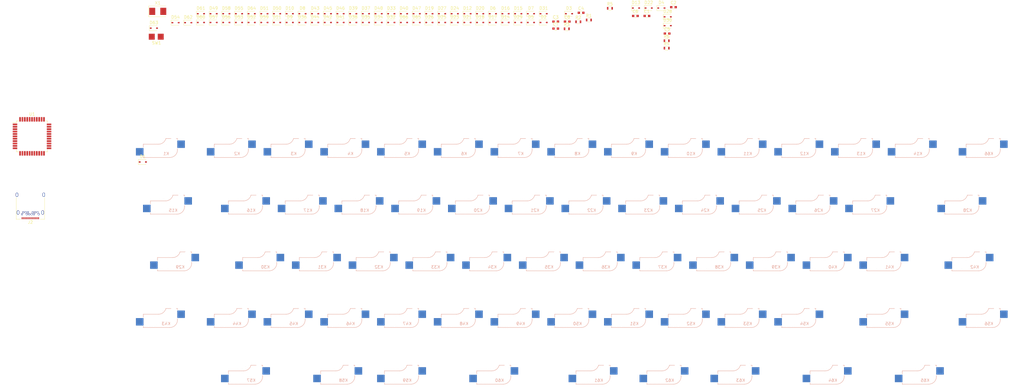
<source format=kicad_pcb>
(kicad_pcb (version 20171130) (host pcbnew 5.1.6)
  (layers (0 F.Cu signal) (31 B.Cu signal) (34 B.Paste user) (35 F.Paste user) (36 B.SilkS user) (37 F.SilkS user) (38 B.Mask user) (39 F.Mask user) (44 Edge.Cuts user))
  (net 0 "")
  (net 1 "Net-(C1-Pad1)")
  (net 2 GND)
  (net 3 "Net-(C2-Pad1)")
  (net 4 "Net-(C3-Pad1)")
  (net 5 VCC)
  (net 6 /C1)
  (net 7 "Net-(D1-Pad1)")
  (net 8 /C2)
  (net 9 "Net-(D2-Pad1)")
  (net 10 /C3)
  (net 11 "Net-(D3-Pad1)")
  (net 12 /C4)
  (net 13 "Net-(D4-Pad1)")
  (net 14 /C5)
  (net 15 "Net-(D5-Pad1)")
  (net 16 /C6)
  (net 17 "Net-(D6-Pad1)")
  (net 18 /C7)
  (net 19 "Net-(D7-Pad1)")
  (net 20 /C8)
  (net 21 "Net-(D8-Pad1)")
  (net 22 /C9)
  (net 23 "Net-(D9-Pad1)")
  (net 24 /C10)
  (net 25 "Net-(D10-Pad1)")
  (net 26 /C11)
  (net 27 "Net-(D11-Pad1)")
  (net 28 /C12)
  (net 29 "Net-(D12-Pad1)")
  (net 30 /C13)
  (net 31 "Net-(D13-Pad1)")
  (net 32 /C14)
  (net 33 "Net-(D14-Pad1)")
  (net 34 "Net-(D15-Pad1)")
  (net 35 "Net-(D16-Pad1)")
  (net 36 "Net-(D17-Pad1)")
  (net 37 "Net-(D18-Pad1)")
  (net 38 "Net-(D19-Pad1)")
  (net 39 "Net-(D20-Pad1)")
  (net 40 "Net-(D21-Pad1)")
  (net 41 "Net-(D22-Pad1)")
  (net 42 "Net-(D23-Pad1)")
  (net 43 "Net-(D24-Pad1)")
  (net 44 "Net-(D25-Pad1)")
  (net 45 "Net-(D26-Pad1)")
  (net 46 "Net-(D27-Pad1)")
  (net 47 "Net-(D28-Pad1)")
  (net 48 "Net-(D29-Pad1)")
  (net 49 "Net-(D30-Pad1)")
  (net 50 "Net-(D31-Pad1)")
  (net 51 "Net-(D32-Pad1)")
  (net 52 "Net-(D33-Pad1)")
  (net 53 "Net-(D34-Pad1)")
  (net 54 "Net-(D35-Pad1)")
  (net 55 "Net-(D36-Pad1)")
  (net 56 "Net-(D37-Pad1)")
  (net 57 "Net-(D38-Pad1)")
  (net 58 "Net-(D39-Pad1)")
  (net 59 "Net-(D40-Pad1)")
  (net 60 "Net-(D41-Pad1)")
  (net 61 "Net-(D42-Pad1)")
  (net 62 "Net-(D43-Pad1)")
  (net 63 "Net-(D44-Pad1)")
  (net 64 "Net-(D45-Pad1)")
  (net 65 "Net-(D46-Pad1)")
  (net 66 "Net-(D47-Pad1)")
  (net 67 "Net-(D48-Pad1)")
  (net 68 "Net-(D49-Pad1)")
  (net 69 "Net-(D50-Pad1)")
  (net 70 "Net-(D51-Pad1)")
  (net 71 "Net-(D52-Pad1)")
  (net 72 "Net-(D53-Pad1)")
  (net 73 "Net-(D54-Pad1)")
  (net 74 "Net-(D55-Pad1)")
  (net 75 "Net-(D56-Pad1)")
  (net 76 "Net-(D57-Pad1)")
  (net 77 "Net-(D58-Pad1)")
  (net 78 "Net-(D59-Pad1)")
  (net 79 "Net-(D60-Pad1)")
  (net 80 "Net-(D61-Pad1)")
  (net 81 "Net-(D62-Pad1)")
  (net 82 "Net-(D63-Pad1)")
  (net 83 "Net-(D64-Pad1)")
  (net 84 "Net-(D65-Pad1)")
  (net 85 "Net-(D66-Pad1)")
  (net 86 "Net-(J2-PadB8)")
  (net 87 "Net-(J2-PadB5)")
  (net 88 "Net-(J2-PadB12)")
  (net 89 "Net-(J2-PadB9)")
  (net 90 "Net-(J2-PadA7)")
  (net 91 "Net-(J2-PadA6)")
  (net 92 "Net-(J2-PadB4)")
  (net 93 "Net-(J2-PadB1)")
  (net 94 "Net-(J2-PadA8)")
  (net 95 "Net-(J2-PadA9)")
  (net 96 "Net-(J2-PadA12)")
  (net 97 "Net-(J2-PadA5)")
  (net 98 /R1)
  (net 99 /R2)
  (net 100 /R3)
  (net 101 /R4)
  (net 102 /R5)
  (net 103 "Net-(R1-Pad2)")
  (net 104 "Net-(R4-Pad1)")
  (net 105 "Net-(R5-Pad1)")
  (net 106 "Net-(R6-Pad1)")
  (net 107 "Net-(U1-Pad44)")
  (net 108 "Net-(U1-Pad43)")
  (net 109 "Net-(U1-Pad42)")
  (net 110 "Net-(U1-Pad35)")
  (net 111 "Net-(U1-Pad34)")
  (net 112 ADC11)
  (net 113 "Net-(U1-Pad23)")
  (net 114 SDA)
  (net 115 SCL)
  (net 116 MISO)
  (net 117 MOSI)
  (net 118 SCLK)
  (module Crystals:Crystal_SMD_5032-2pin_5.0x3.2mm (layer F.Cu) (at 34.4 -12.1)
    (fp_text reference X1 (at 0 -2.8) (layer F.SilkS))
    (fp_text value 16MHz)
    (pad 1 smd rect (at -1.85 0) (size 2 2.4) (layers F.Cu F.Paste F.Mask) (net 3 "Net-(C2-Pad1)"))
    (pad 2 smd rect (at 1.85 0) (size 2 2.4) (layers F.Cu F.Paste F.Mask) (net 4 "Net-(C3-Pad1)"))
  )
  (module Housings_QFP:TQFP-44_10x10mm_Pitch0.8mm (layer F.Cu) (at -7.7 29.8)
    (fp_text reference U1 (at 0 -7.45) (layer F.SilkS))
    (fp_text value "ATmega16U4-AU_(modified)")
    (pad 1 smd rect (at -5.7 -4) (size 1.5 0.55) (layers F.Cu F.Paste F.Mask) (net 8 /C2))
    (pad 2 smd rect (at -5.7 -3.2) (size 1.5 0.55) (layers F.Cu F.Paste F.Mask) (net 5 VCC))
    (pad 3 smd rect (at -5.7 -2.4) (size 1.5 0.55) (layers F.Cu F.Paste F.Mask) (net 105 "Net-(R5-Pad1)"))
    (pad 4 smd rect (at -5.7 -1.6) (size 1.5 0.55) (layers F.Cu F.Paste F.Mask) (net 104 "Net-(R4-Pad1)"))
    (pad 5 smd rect (at -5.7 -0.8) (size 1.5 0.55) (layers F.Cu F.Paste F.Mask) (net 2 GND))
    (pad 6 smd rect (at -5.7 0) (size 1.5 0.55) (layers F.Cu F.Paste F.Mask) (net 1 "Net-(C1-Pad1)"))
    (pad 7 smd rect (at -5.7 0.8) (size 1.5 0.55) (layers F.Cu F.Paste F.Mask) (net 5 VCC))
    (pad 8 smd rect (at -5.7 1.6) (size 1.5 0.55) (layers F.Cu F.Paste F.Mask) (net 32 /C14))
    (pad 9 smd rect (at -5.7 2.4) (size 1.5 0.55) (layers F.Cu F.Paste F.Mask) (net 118 SCLK))
    (pad 10 smd rect (at -5.7 3.2) (size 1.5 0.55) (layers F.Cu F.Paste F.Mask) (net 117 MOSI))
    (pad 11 smd rect (at -5.7 4) (size 1.5 0.55) (layers F.Cu F.Paste F.Mask) (net 116 MISO))
    (pad 12 smd rect (at -4 5.7 90) (size 1.5 0.55) (layers F.Cu F.Paste F.Mask) (net 26 /C11))
    (pad 13 smd rect (at -3.2 5.7 90) (size 1.5 0.55) (layers F.Cu F.Paste F.Mask) (net 103 "Net-(R1-Pad2)"))
    (pad 14 smd rect (at -2.4 5.7 90) (size 1.5 0.55) (layers F.Cu F.Paste F.Mask) (net 5 VCC))
    (pad 15 smd rect (at -1.6 5.7 90) (size 1.5 0.55) (layers F.Cu F.Paste F.Mask) (net 2 GND))
    (pad 16 smd rect (at -0.8 5.7 90) (size 1.5 0.55) (layers F.Cu F.Paste F.Mask) (net 4 "Net-(C3-Pad1)"))
    (pad 17 smd rect (at 0 5.7 90) (size 1.5 0.55) (layers F.Cu F.Paste F.Mask) (net 3 "Net-(C2-Pad1)"))
    (pad 18 smd rect (at 0.8 5.7 90) (size 1.5 0.55) (layers F.Cu F.Paste F.Mask) (net 115 SCL))
    (pad 19 smd rect (at 1.6 5.7 90) (size 1.5 0.55) (layers F.Cu F.Paste F.Mask) (net 114 SDA))
    (pad 20 smd rect (at 2.4 5.7 90) (size 1.5 0.55) (layers F.Cu F.Paste F.Mask) (net 24 /C10))
    (pad 21 smd rect (at 3.2 5.7 90) (size 1.5 0.55) (layers F.Cu F.Paste F.Mask) (net 22 /C9))
    (pad 22 smd rect (at 4 5.7 90) (size 1.5 0.55) (layers F.Cu F.Paste F.Mask) (net 18 /C7))
    (pad 23 smd rect (at 5.7 4) (size 1.5 0.55) (layers F.Cu F.Paste F.Mask) (net 113 "Net-(U1-Pad23)"))
    (pad 24 smd rect (at 5.7 3.2) (size 1.5 0.55) (layers F.Cu F.Paste F.Mask) (net 5 VCC))
    (pad 25 smd rect (at 5.7 2.4) (size 1.5 0.55) (layers F.Cu F.Paste F.Mask) (net 20 /C8))
    (pad 26 smd rect (at 5.7 1.6) (size 1.5 0.55) (layers F.Cu F.Paste F.Mask) (net 16 /C6))
    (pad 27 smd rect (at 5.7 0.8) (size 1.5 0.55) (layers F.Cu F.Paste F.Mask) (net 14 /C5))
    (pad 28 smd rect (at 5.7 0) (size 1.5 0.55) (layers F.Cu F.Paste F.Mask) (net 112 ADC11))
    (pad 29 smd rect (at 5.7 -0.8) (size 1.5 0.55) (layers F.Cu F.Paste F.Mask) (net 30 /C13))
    (pad 30 smd rect (at 5.7 -1.6) (size 1.5 0.55) (layers F.Cu F.Paste F.Mask) (net 28 /C12))
    (pad 31 smd rect (at 5.7 -2.4) (size 1.5 0.55) (layers F.Cu F.Paste F.Mask) (net 12 /C4))
    (pad 32 smd rect (at 5.7 -3.2) (size 1.5 0.55) (layers F.Cu F.Paste F.Mask) (net 10 /C3))
    (pad 33 smd rect (at 5.7 -4) (size 1.5 0.55) (layers F.Cu F.Paste F.Mask) (net 106 "Net-(R6-Pad1)"))
    (pad 34 smd rect (at 4 -5.7 90) (size 1.5 0.55) (layers F.Cu F.Paste F.Mask) (net 111 "Net-(U1-Pad34)"))
    (pad 35 smd rect (at 3.2 -5.7 90) (size 1.5 0.55) (layers F.Cu F.Paste F.Mask) (net 110 "Net-(U1-Pad35)"))
    (pad 36 smd rect (at 2.4 -5.7 90) (size 1.5 0.55) (layers F.Cu F.Paste F.Mask) (net 6 /C1))
    (pad 37 smd rect (at 1.6 -5.7 90) (size 1.5 0.55) (layers F.Cu F.Paste F.Mask) (net 102 /R5))
    (pad 38 smd rect (at 0.8 -5.7 90) (size 1.5 0.55) (layers F.Cu F.Paste F.Mask) (net 101 /R4))
    (pad 39 smd rect (at 0 -5.7 90) (size 1.5 0.55) (layers F.Cu F.Paste F.Mask) (net 100 /R3))
    (pad 40 smd rect (at -0.8 -5.7 90) (size 1.5 0.55) (layers F.Cu F.Paste F.Mask) (net 99 /R2))
    (pad 41 smd rect (at -1.6 -5.7 90) (size 1.5 0.55) (layers F.Cu F.Paste F.Mask) (net 98 /R1))
    (pad 42 smd rect (at -2.4 -5.7 90) (size 1.5 0.55) (layers F.Cu F.Paste F.Mask) (net 109 "Net-(U1-Pad42)"))
    (pad 43 smd rect (at -3.2 -5.7 90) (size 1.5 0.55) (layers F.Cu F.Paste F.Mask) (net 108 "Net-(U1-Pad43)"))
    (pad 44 smd rect (at -4 -5.7 90) (size 1.5 0.55) (layers F.Cu F.Paste F.Mask) (net 107 "Net-(U1-Pad44)"))
  )
  (module custom:pad-button (layer F.Cu) (at 33.9 -3.6)
    (fp_text reference SW1 (at 0.1016 2.0828) (layer F.SilkS))
    (fp_text value SW_PUSH)
    (pad 1 smd rect (at -1.5 0) (size 2 2) (layers F.Cu F.Paste F.Mask) (net 2 GND))
    (pad 2 smd rect (at 1.5 0) (size 2 2) (layers F.Cu F.Paste F.Mask) (net 103 "Net-(R1-Pad2)"))
  )
  (module Resistors_SMD:R_0603 (layer F.Cu) (at 204.805 -2.245)
    (fp_text reference R6 (at 0 -1.45) (layer F.SilkS))
    (fp_text value 10K)
    (pad 1 smd rect (at -0.75 0) (size 0.5 0.9) (layers F.Cu F.Paste F.Mask) (net 106 "Net-(R6-Pad1)"))
    (pad 2 smd rect (at 0.75 0) (size 0.5 0.9) (layers F.Cu F.Paste F.Mask) (net 2 GND))
  )
  (module Resistors_SMD:R_0603 (layer F.Cu) (at 185.8 -13.125)
    (fp_text reference R5 (at 0 -1.45) (layer F.SilkS))
    (fp_text value 22)
    (pad 1 smd rect (at -0.75 0) (size 0.5 0.9) (layers F.Cu F.Paste F.Mask) (net 105 "Net-(R5-Pad1)"))
    (pad 2 smd rect (at 0.75 0) (size 0.5 0.9) (layers F.Cu F.Paste F.Mask) (net 90 "Net-(J2-PadA7)"))
  )
  (module Resistors_SMD:R_0603 (layer F.Cu) (at 204.805 0.235)
    (fp_text reference R4 (at 0 -1.45) (layer F.SilkS))
    (fp_text value 22)
    (pad 1 smd rect (at -0.75 0) (size 0.5 0.9) (layers F.Cu F.Paste F.Mask) (net 104 "Net-(R4-Pad1)"))
    (pad 2 smd rect (at 0.75 0) (size 0.5 0.9) (layers F.Cu F.Paste F.Mask) (net 91 "Net-(J2-PadA6)"))
  )
  (module Resistors_SMD:R_0603 (layer F.Cu) (at 171.355 -6.255)
    (fp_text reference R3 (at 0 -1.45) (layer F.SilkS))
    (fp_text value 5.1K)
    (pad 1 smd rect (at -0.75 0) (size 0.5 0.9) (layers F.Cu F.Paste F.Mask) (net 97 "Net-(J2-PadA5)"))
    (pad 2 smd rect (at 0.75 0) (size 0.5 0.9) (layers F.Cu F.Paste F.Mask) (net 2 GND))
  )
  (module Resistors_SMD:R_0603 (layer F.Cu) (at 175.205 -8.605)
    (fp_text reference R2 (at 0 -1.45) (layer F.SilkS))
    (fp_text value 5.1K)
    (pad 1 smd rect (at -0.75 0) (size 0.5 0.9) (layers F.Cu F.Paste F.Mask) (net 87 "Net-(J2-PadB5)"))
    (pad 2 smd rect (at 0.75 0) (size 0.5 0.9) (layers F.Cu F.Paste F.Mask) (net 2 GND))
  )
  (module Resistors_SMD:R_0603 (layer F.Cu) (at 178.755 -9.205)
    (fp_text reference R1 (at 0 -1.45) (layer F.SilkS))
    (fp_text value 10K)
    (pad 1 smd rect (at -0.75 0) (size 0.5 0.9) (layers F.Cu F.Paste F.Mask) (net 5 VCC))
    (pad 2 smd rect (at 0.75 0) (size 0.5 0.9) (layers F.Cu F.Paste F.Mask) (net 103 "Net-(R1-Pad2)"))
  )
  (module custom:Kailh_socket_MX_1.50U (layer F.Cu) (at 310.15 29.9)
    (fp_text reference K66 (at 2.54 5.715 180) (layer B.SilkS) (effects (justify mirror)))
    (fp_text value KEYSW)
    (pad 2 smd rect (at 7.56 2.54 180) (size 2.55 2.5) (layers B.Cu B.Paste B.Mask) (net 102 /R5))
    (pad "" np_thru_hole circle (at 5.08 0 180) (size 1.7018 1.7018) (drill 1.7018) (layers *.Cu *.Mask))
    (pad "" np_thru_hole circle (at -5.08 0 180) (size 1.7018 1.7018) (drill 1.7018) (layers *.Cu *.Mask))
    (pad "" np_thru_hole circle (at 0 0 180) (size 3.9878 3.9878) (drill 3.9878) (layers *.Cu *.Mask))
    (pad "" np_thru_hole circle (at 3.81 2.54 180) (size 3 3) (drill 3) (layers *.Cu *.Mask))
    (pad "" np_thru_hole circle (at -2.54 5.08 180) (size 3 3) (drill 3) (layers *.Cu *.Mask))
    (pad 1 smd rect (at -6.29 5.08 180) (size 2.55 2.5) (layers B.Cu B.Paste B.Mask) (net 85 "Net-(D66-Pad1)"))
  )
  (module custom:Kailh_socket_MX_1.25U (layer F.Cu) (at 288.775 105.9)
    (fp_text reference K65 (at 2.54 5.715 180) (layer B.SilkS) (effects (justify mirror)))
    (fp_text value KEYSW)
    (pad 1 smd rect (at -6.29 5.08 180) (size 2.55 2.5) (layers B.Cu B.Paste B.Mask) (net 84 "Net-(D65-Pad1)"))
    (pad "" np_thru_hole circle (at -2.54 5.08 180) (size 3 3) (drill 3) (layers *.Cu *.Mask))
    (pad "" np_thru_hole circle (at 3.81 2.54 180) (size 3 3) (drill 3) (layers *.Cu *.Mask))
    (pad "" np_thru_hole circle (at 0 0 180) (size 3.9878 3.9878) (drill 3.9878) (layers *.Cu *.Mask))
    (pad "" np_thru_hole circle (at -5.08 0 180) (size 1.7018 1.7018) (drill 1.7018) (layers *.Cu *.Mask))
    (pad "" np_thru_hole circle (at 5.08 0 180) (size 1.7018 1.7018) (drill 1.7018) (layers *.Cu *.Mask))
    (pad 2 smd rect (at 7.56 2.54 180) (size 2.55 2.5) (layers B.Cu B.Paste B.Mask) (net 102 /R5))
  )
  (module custom:Kailh_socket_MX_2.00U (layer F.Cu) (at 257.9 105.9)
    (fp_text reference K64 (at 2.54 5.715 180) (layer B.SilkS) (effects (justify mirror)))
    (fp_text value KEYSW)
    (pad 2 smd rect (at 7.56 2.54 180) (size 2.55 2.5) (layers B.Cu B.Paste B.Mask) (net 102 /R5))
    (pad "" np_thru_hole circle (at 5.08 0 180) (size 1.7018 1.7018) (drill 1.7018) (layers *.Cu *.Mask))
    (pad "" np_thru_hole circle (at -5.08 0 180) (size 1.7018 1.7018) (drill 1.7018) (layers *.Cu *.Mask))
    (pad "" np_thru_hole circle (at 0 0 180) (size 3.9878 3.9878) (drill 3.9878) (layers *.Cu *.Mask))
    (pad "" np_thru_hole circle (at 3.81 2.54 180) (size 3 3) (drill 3) (layers *.Cu *.Mask))
    (pad "" np_thru_hole circle (at -2.54 5.08 180) (size 3 3) (drill 3) (layers *.Cu *.Mask))
    (pad 1 smd rect (at -6.29 5.08 180) (size 2.55 2.5) (layers B.Cu B.Paste B.Mask) (net 83 "Net-(D64-Pad1)"))
  )
  (module custom:Kailh_socket_MX_1.25U (layer F.Cu) (at 227.025 105.9)
    (fp_text reference K63 (at 2.54 5.715 180) (layer B.SilkS) (effects (justify mirror)))
    (fp_text value KEYSW)
    (pad 1 smd rect (at -6.29 5.08 180) (size 2.55 2.5) (layers B.Cu B.Paste B.Mask) (net 82 "Net-(D63-Pad1)"))
    (pad "" np_thru_hole circle (at -2.54 5.08 180) (size 3 3) (drill 3) (layers *.Cu *.Mask))
    (pad "" np_thru_hole circle (at 3.81 2.54 180) (size 3 3) (drill 3) (layers *.Cu *.Mask))
    (pad "" np_thru_hole circle (at 0 0 180) (size 3.9878 3.9878) (drill 3.9878) (layers *.Cu *.Mask))
    (pad "" np_thru_hole circle (at -5.08 0 180) (size 1.7018 1.7018) (drill 1.7018) (layers *.Cu *.Mask))
    (pad "" np_thru_hole circle (at 5.08 0 180) (size 1.7018 1.7018) (drill 1.7018) (layers *.Cu *.Mask))
    (pad 2 smd rect (at 7.56 2.54 180) (size 2.55 2.5) (layers B.Cu B.Paste B.Mask) (net 102 /R5))
  )
  (module custom:Kailh_socket_MX_1.25U (layer F.Cu) (at 203.275 105.9)
    (fp_text reference K62 (at 2.54 5.715 180) (layer B.SilkS) (effects (justify mirror)))
    (fp_text value KEYSW)
    (pad 1 smd rect (at -6.29 5.08 180) (size 2.55 2.5) (layers B.Cu B.Paste B.Mask) (net 81 "Net-(D62-Pad1)"))
    (pad "" np_thru_hole circle (at -2.54 5.08 180) (size 3 3) (drill 3) (layers *.Cu *.Mask))
    (pad "" np_thru_hole circle (at 3.81 2.54 180) (size 3 3) (drill 3) (layers *.Cu *.Mask))
    (pad "" np_thru_hole circle (at 0 0 180) (size 3.9878 3.9878) (drill 3.9878) (layers *.Cu *.Mask))
    (pad "" np_thru_hole circle (at -5.08 0 180) (size 1.7018 1.7018) (drill 1.7018) (layers *.Cu *.Mask))
    (pad "" np_thru_hole circle (at 5.08 0 180) (size 1.7018 1.7018) (drill 1.7018) (layers *.Cu *.Mask))
    (pad 2 smd rect (at 7.56 2.54 180) (size 2.55 2.5) (layers B.Cu B.Paste B.Mask) (net 102 /R5))
  )
  (module custom:Kailh_socket_MX_1.25U (layer F.Cu) (at 179.525 105.9)
    (fp_text reference K61 (at 2.54 5.715 180) (layer B.SilkS) (effects (justify mirror)))
    (fp_text value KEYSW)
    (pad 1 smd rect (at -6.29 5.08 180) (size 2.55 2.5) (layers B.Cu B.Paste B.Mask) (net 80 "Net-(D61-Pad1)"))
    (pad "" np_thru_hole circle (at -2.54 5.08 180) (size 3 3) (drill 3) (layers *.Cu *.Mask))
    (pad "" np_thru_hole circle (at 3.81 2.54 180) (size 3 3) (drill 3) (layers *.Cu *.Mask))
    (pad "" np_thru_hole circle (at 0 0 180) (size 3.9878 3.9878) (drill 3.9878) (layers *.Cu *.Mask))
    (pad "" np_thru_hole circle (at -5.08 0 180) (size 1.7018 1.7018) (drill 1.7018) (layers *.Cu *.Mask))
    (pad "" np_thru_hole circle (at 5.08 0 180) (size 1.7018 1.7018) (drill 1.7018) (layers *.Cu *.Mask))
    (pad 2 smd rect (at 7.56 2.54 180) (size 2.55 2.5) (layers B.Cu B.Paste B.Mask) (net 102 /R5))
  )
  (module custom:Kailh_socket_MX_2.25U (layer F.Cu) (at 146.275 105.9)
    (fp_text reference K60 (at 2.54 5.715 180) (layer B.SilkS) (effects (justify mirror)))
    (fp_text value KEYSW)
    (pad 2 smd rect (at 7.56 2.54 180) (size 2.55 2.5) (layers B.Cu B.Paste B.Mask) (net 102 /R5))
    (pad "" np_thru_hole circle (at 5.08 0 180) (size 1.7018 1.7018) (drill 1.7018) (layers *.Cu *.Mask))
    (pad "" np_thru_hole circle (at -5.08 0 180) (size 1.7018 1.7018) (drill 1.7018) (layers *.Cu *.Mask))
    (pad "" np_thru_hole circle (at 0 0 180) (size 3.9878 3.9878) (drill 3.9878) (layers *.Cu *.Mask))
    (pad "" np_thru_hole circle (at 3.81 2.54 180) (size 3 3) (drill 3) (layers *.Cu *.Mask))
    (pad "" np_thru_hole circle (at -2.54 5.08 180) (size 3 3) (drill 3) (layers *.Cu *.Mask))
    (pad 1 smd rect (at -6.29 5.08 180) (size 2.55 2.5) (layers B.Cu B.Paste B.Mask) (net 79 "Net-(D60-Pad1)"))
  )
  (module custom:Kailh_socket_MX_1.00U (layer F.Cu) (at 115.4 105.9)
    (fp_text reference K59 (at 2.54 5.715 180) (layer B.SilkS) (effects (justify mirror)))
    (fp_text value KEYSW)
    (pad 1 smd rect (at -6.29 5.08 180) (size 2.55 2.5) (layers B.Cu B.Paste B.Mask) (net 78 "Net-(D59-Pad1)"))
    (pad "" np_thru_hole circle (at -2.54 5.08 180) (size 3 3) (drill 3) (layers *.Cu *.Mask))
    (pad "" np_thru_hole circle (at 3.81 2.54 180) (size 3 3) (drill 3) (layers *.Cu *.Mask))
    (pad "" np_thru_hole circle (at 0 0 180) (size 3.9878 3.9878) (drill 3.9878) (layers *.Cu *.Mask))
    (pad "" np_thru_hole circle (at -5.08 0 180) (size 1.7018 1.7018) (drill 1.7018) (layers *.Cu *.Mask))
    (pad "" np_thru_hole circle (at 5.08 0 180) (size 1.7018 1.7018) (drill 1.7018) (layers *.Cu *.Mask))
    (pad 2 smd rect (at 7.56 2.54 180) (size 2.55 2.5) (layers B.Cu B.Paste B.Mask) (net 102 /R5))
  )
  (module custom:Kailh_socket_MX_1.25U (layer F.Cu) (at 94.025 105.9)
    (fp_text reference K58 (at 2.54 5.715 180) (layer B.SilkS) (effects (justify mirror)))
    (fp_text value KEYSW)
    (pad 1 smd rect (at -6.29 5.08 180) (size 2.55 2.5) (layers B.Cu B.Paste B.Mask) (net 77 "Net-(D58-Pad1)"))
    (pad "" np_thru_hole circle (at -2.54 5.08 180) (size 3 3) (drill 3) (layers *.Cu *.Mask))
    (pad "" np_thru_hole circle (at 3.81 2.54 180) (size 3 3) (drill 3) (layers *.Cu *.Mask))
    (pad "" np_thru_hole circle (at 0 0 180) (size 3.9878 3.9878) (drill 3.9878) (layers *.Cu *.Mask))
    (pad "" np_thru_hole circle (at -5.08 0 180) (size 1.7018 1.7018) (drill 1.7018) (layers *.Cu *.Mask))
    (pad "" np_thru_hole circle (at 5.08 0 180) (size 1.7018 1.7018) (drill 1.7018) (layers *.Cu *.Mask))
    (pad 2 smd rect (at 7.56 2.54 180) (size 2.55 2.5) (layers B.Cu B.Paste B.Mask) (net 102 /R5))
  )
  (module custom:Kailh_socket_MX_2.00U (layer F.Cu) (at 63.15 105.9)
    (fp_text reference K57 (at 2.54 5.715 180) (layer B.SilkS) (effects (justify mirror)))
    (fp_text value KEYSW)
    (pad 2 smd rect (at 7.56 2.54 180) (size 2.55 2.5) (layers B.Cu B.Paste B.Mask) (net 102 /R5))
    (pad "" np_thru_hole circle (at 5.08 0 180) (size 1.7018 1.7018) (drill 1.7018) (layers *.Cu *.Mask))
    (pad "" np_thru_hole circle (at -5.08 0 180) (size 1.7018 1.7018) (drill 1.7018) (layers *.Cu *.Mask))
    (pad "" np_thru_hole circle (at 0 0 180) (size 3.9878 3.9878) (drill 3.9878) (layers *.Cu *.Mask))
    (pad "" np_thru_hole circle (at 3.81 2.54 180) (size 3 3) (drill 3) (layers *.Cu *.Mask))
    (pad "" np_thru_hole circle (at -2.54 5.08 180) (size 3 3) (drill 3) (layers *.Cu *.Mask))
    (pad 1 smd rect (at -6.29 5.08 180) (size 2.55 2.5) (layers B.Cu B.Paste B.Mask) (net 76 "Net-(D57-Pad1)"))
  )
  (module custom:Kailh_socket_MX_1.50U (layer F.Cu) (at 310.15 86.9)
    (fp_text reference K56 (at 2.54 5.715 180) (layer B.SilkS) (effects (justify mirror)))
    (fp_text value KEYSW)
    (pad 2 smd rect (at 7.56 2.54 180) (size 2.55 2.5) (layers B.Cu B.Paste B.Mask) (net 101 /R4))
    (pad "" np_thru_hole circle (at 5.08 0 180) (size 1.7018 1.7018) (drill 1.7018) (layers *.Cu *.Mask))
    (pad "" np_thru_hole circle (at -5.08 0 180) (size 1.7018 1.7018) (drill 1.7018) (layers *.Cu *.Mask))
    (pad "" np_thru_hole circle (at 0 0 180) (size 3.9878 3.9878) (drill 3.9878) (layers *.Cu *.Mask))
    (pad "" np_thru_hole circle (at 3.81 2.54 180) (size 3 3) (drill 3) (layers *.Cu *.Mask))
    (pad "" np_thru_hole circle (at -2.54 5.08 180) (size 3 3) (drill 3) (layers *.Cu *.Mask))
    (pad 1 smd rect (at -6.29 5.08 180) (size 2.55 2.5) (layers B.Cu B.Paste B.Mask) (net 75 "Net-(D56-Pad1)"))
  )
  (module custom:Kailh_socket_MX_2.00U (layer F.Cu) (at 276.9 86.9)
    (fp_text reference K55 (at 2.54 5.715 180) (layer B.SilkS) (effects (justify mirror)))
    (fp_text value KEYSW)
    (pad 2 smd rect (at 7.56 2.54 180) (size 2.55 2.5) (layers B.Cu B.Paste B.Mask) (net 101 /R4))
    (pad "" np_thru_hole circle (at 5.08 0 180) (size 1.7018 1.7018) (drill 1.7018) (layers *.Cu *.Mask))
    (pad "" np_thru_hole circle (at -5.08 0 180) (size 1.7018 1.7018) (drill 1.7018) (layers *.Cu *.Mask))
    (pad "" np_thru_hole circle (at 0 0 180) (size 3.9878 3.9878) (drill 3.9878) (layers *.Cu *.Mask))
    (pad "" np_thru_hole circle (at 3.81 2.54 180) (size 3 3) (drill 3) (layers *.Cu *.Mask))
    (pad "" np_thru_hole circle (at -2.54 5.08 180) (size 3 3) (drill 3) (layers *.Cu *.Mask))
    (pad 1 smd rect (at -6.29 5.08 180) (size 2.55 2.5) (layers B.Cu B.Paste B.Mask) (net 74 "Net-(D55-Pad1)"))
  )
  (module custom:Kailh_socket_MX_1.00U (layer F.Cu) (at 248.4 86.9)
    (fp_text reference K54 (at 2.54 5.715 180) (layer B.SilkS) (effects (justify mirror)))
    (fp_text value KEYSW)
    (pad 1 smd rect (at -6.29 5.08 180) (size 2.55 2.5) (layers B.Cu B.Paste B.Mask) (net 73 "Net-(D54-Pad1)"))
    (pad "" np_thru_hole circle (at -2.54 5.08 180) (size 3 3) (drill 3) (layers *.Cu *.Mask))
    (pad "" np_thru_hole circle (at 3.81 2.54 180) (size 3 3) (drill 3) (layers *.Cu *.Mask))
    (pad "" np_thru_hole circle (at 0 0 180) (size 3.9878 3.9878) (drill 3.9878) (layers *.Cu *.Mask))
    (pad "" np_thru_hole circle (at -5.08 0 180) (size 1.7018 1.7018) (drill 1.7018) (layers *.Cu *.Mask))
    (pad "" np_thru_hole circle (at 5.08 0 180) (size 1.7018 1.7018) (drill 1.7018) (layers *.Cu *.Mask))
    (pad 2 smd rect (at 7.56 2.54 180) (size 2.55 2.5) (layers B.Cu B.Paste B.Mask) (net 101 /R4))
  )
  (module custom:Kailh_socket_MX_1.00U (layer F.Cu) (at 229.4 86.9)
    (fp_text reference K53 (at 2.54 5.715 180) (layer B.SilkS) (effects (justify mirror)))
    (fp_text value KEYSW)
    (pad 1 smd rect (at -6.29 5.08 180) (size 2.55 2.5) (layers B.Cu B.Paste B.Mask) (net 72 "Net-(D53-Pad1)"))
    (pad "" np_thru_hole circle (at -2.54 5.08 180) (size 3 3) (drill 3) (layers *.Cu *.Mask))
    (pad "" np_thru_hole circle (at 3.81 2.54 180) (size 3 3) (drill 3) (layers *.Cu *.Mask))
    (pad "" np_thru_hole circle (at 0 0 180) (size 3.9878 3.9878) (drill 3.9878) (layers *.Cu *.Mask))
    (pad "" np_thru_hole circle (at -5.08 0 180) (size 1.7018 1.7018) (drill 1.7018) (layers *.Cu *.Mask))
    (pad "" np_thru_hole circle (at 5.08 0 180) (size 1.7018 1.7018) (drill 1.7018) (layers *.Cu *.Mask))
    (pad 2 smd rect (at 7.56 2.54 180) (size 2.55 2.5) (layers B.Cu B.Paste B.Mask) (net 101 /R4))
  )
  (module custom:Kailh_socket_MX_1.00U (layer F.Cu) (at 210.4 86.9)
    (fp_text reference K52 (at 2.54 5.715 180) (layer B.SilkS) (effects (justify mirror)))
    (fp_text value KEYSW)
    (pad 1 smd rect (at -6.29 5.08 180) (size 2.55 2.5) (layers B.Cu B.Paste B.Mask) (net 71 "Net-(D52-Pad1)"))
    (pad "" np_thru_hole circle (at -2.54 5.08 180) (size 3 3) (drill 3) (layers *.Cu *.Mask))
    (pad "" np_thru_hole circle (at 3.81 2.54 180) (size 3 3) (drill 3) (layers *.Cu *.Mask))
    (pad "" np_thru_hole circle (at 0 0 180) (size 3.9878 3.9878) (drill 3.9878) (layers *.Cu *.Mask))
    (pad "" np_thru_hole circle (at -5.08 0 180) (size 1.7018 1.7018) (drill 1.7018) (layers *.Cu *.Mask))
    (pad "" np_thru_hole circle (at 5.08 0 180) (size 1.7018 1.7018) (drill 1.7018) (layers *.Cu *.Mask))
    (pad 2 smd rect (at 7.56 2.54 180) (size 2.55 2.5) (layers B.Cu B.Paste B.Mask) (net 101 /R4))
  )
  (module custom:Kailh_socket_MX_1.00U (layer F.Cu) (at 191.4 86.9)
    (fp_text reference K51 (at 2.54 5.715 180) (layer B.SilkS) (effects (justify mirror)))
    (fp_text value KEYSW)
    (pad 1 smd rect (at -6.29 5.08 180) (size 2.55 2.5) (layers B.Cu B.Paste B.Mask) (net 70 "Net-(D51-Pad1)"))
    (pad "" np_thru_hole circle (at -2.54 5.08 180) (size 3 3) (drill 3) (layers *.Cu *.Mask))
    (pad "" np_thru_hole circle (at 3.81 2.54 180) (size 3 3) (drill 3) (layers *.Cu *.Mask))
    (pad "" np_thru_hole circle (at 0 0 180) (size 3.9878 3.9878) (drill 3.9878) (layers *.Cu *.Mask))
    (pad "" np_thru_hole circle (at -5.08 0 180) (size 1.7018 1.7018) (drill 1.7018) (layers *.Cu *.Mask))
    (pad "" np_thru_hole circle (at 5.08 0 180) (size 1.7018 1.7018) (drill 1.7018) (layers *.Cu *.Mask))
    (pad 2 smd rect (at 7.56 2.54 180) (size 2.55 2.5) (layers B.Cu B.Paste B.Mask) (net 101 /R4))
  )
  (module custom:Kailh_socket_MX_1.00U (layer F.Cu) (at 172.4 86.9)
    (fp_text reference K50 (at 2.54 5.715 180) (layer B.SilkS) (effects (justify mirror)))
    (fp_text value KEYSW)
    (pad 1 smd rect (at -6.29 5.08 180) (size 2.55 2.5) (layers B.Cu B.Paste B.Mask) (net 69 "Net-(D50-Pad1)"))
    (pad "" np_thru_hole circle (at -2.54 5.08 180) (size 3 3) (drill 3) (layers *.Cu *.Mask))
    (pad "" np_thru_hole circle (at 3.81 2.54 180) (size 3 3) (drill 3) (layers *.Cu *.Mask))
    (pad "" np_thru_hole circle (at 0 0 180) (size 3.9878 3.9878) (drill 3.9878) (layers *.Cu *.Mask))
    (pad "" np_thru_hole circle (at -5.08 0 180) (size 1.7018 1.7018) (drill 1.7018) (layers *.Cu *.Mask))
    (pad "" np_thru_hole circle (at 5.08 0 180) (size 1.7018 1.7018) (drill 1.7018) (layers *.Cu *.Mask))
    (pad 2 smd rect (at 7.56 2.54 180) (size 2.55 2.5) (layers B.Cu B.Paste B.Mask) (net 101 /R4))
  )
  (module custom:Kailh_socket_MX_1.00U (layer F.Cu) (at 153.4 86.9)
    (fp_text reference K49 (at 2.54 5.715 180) (layer B.SilkS) (effects (justify mirror)))
    (fp_text value KEYSW)
    (pad 1 smd rect (at -6.29 5.08 180) (size 2.55 2.5) (layers B.Cu B.Paste B.Mask) (net 68 "Net-(D49-Pad1)"))
    (pad "" np_thru_hole circle (at -2.54 5.08 180) (size 3 3) (drill 3) (layers *.Cu *.Mask))
    (pad "" np_thru_hole circle (at 3.81 2.54 180) (size 3 3) (drill 3) (layers *.Cu *.Mask))
    (pad "" np_thru_hole circle (at 0 0 180) (size 3.9878 3.9878) (drill 3.9878) (layers *.Cu *.Mask))
    (pad "" np_thru_hole circle (at -5.08 0 180) (size 1.7018 1.7018) (drill 1.7018) (layers *.Cu *.Mask))
    (pad "" np_thru_hole circle (at 5.08 0 180) (size 1.7018 1.7018) (drill 1.7018) (layers *.Cu *.Mask))
    (pad 2 smd rect (at 7.56 2.54 180) (size 2.55 2.5) (layers B.Cu B.Paste B.Mask) (net 101 /R4))
  )
  (module custom:Kailh_socket_MX_1.00U (layer F.Cu) (at 134.4 86.9)
    (fp_text reference K48 (at 2.54 5.715 180) (layer B.SilkS) (effects (justify mirror)))
    (fp_text value KEYSW)
    (pad 1 smd rect (at -6.29 5.08 180) (size 2.55 2.5) (layers B.Cu B.Paste B.Mask) (net 67 "Net-(D48-Pad1)"))
    (pad "" np_thru_hole circle (at -2.54 5.08 180) (size 3 3) (drill 3) (layers *.Cu *.Mask))
    (pad "" np_thru_hole circle (at 3.81 2.54 180) (size 3 3) (drill 3) (layers *.Cu *.Mask))
    (pad "" np_thru_hole circle (at 0 0 180) (size 3.9878 3.9878) (drill 3.9878) (layers *.Cu *.Mask))
    (pad "" np_thru_hole circle (at -5.08 0 180) (size 1.7018 1.7018) (drill 1.7018) (layers *.Cu *.Mask))
    (pad "" np_thru_hole circle (at 5.08 0 180) (size 1.7018 1.7018) (drill 1.7018) (layers *.Cu *.Mask))
    (pad 2 smd rect (at 7.56 2.54 180) (size 2.55 2.5) (layers B.Cu B.Paste B.Mask) (net 101 /R4))
  )
  (module custom:Kailh_socket_MX_1.00U (layer F.Cu) (at 115.4 86.9)
    (fp_text reference K47 (at 2.54 5.715 180) (layer B.SilkS) (effects (justify mirror)))
    (fp_text value KEYSW)
    (pad 1 smd rect (at -6.29 5.08 180) (size 2.55 2.5) (layers B.Cu B.Paste B.Mask) (net 66 "Net-(D47-Pad1)"))
    (pad "" np_thru_hole circle (at -2.54 5.08 180) (size 3 3) (drill 3) (layers *.Cu *.Mask))
    (pad "" np_thru_hole circle (at 3.81 2.54 180) (size 3 3) (drill 3) (layers *.Cu *.Mask))
    (pad "" np_thru_hole circle (at 0 0 180) (size 3.9878 3.9878) (drill 3.9878) (layers *.Cu *.Mask))
    (pad "" np_thru_hole circle (at -5.08 0 180) (size 1.7018 1.7018) (drill 1.7018) (layers *.Cu *.Mask))
    (pad "" np_thru_hole circle (at 5.08 0 180) (size 1.7018 1.7018) (drill 1.7018) (layers *.Cu *.Mask))
    (pad 2 smd rect (at 7.56 2.54 180) (size 2.55 2.5) (layers B.Cu B.Paste B.Mask) (net 101 /R4))
  )
  (module custom:Kailh_socket_MX_1.00U (layer F.Cu) (at 96.4 86.9)
    (fp_text reference K46 (at 2.54 5.715 180) (layer B.SilkS) (effects (justify mirror)))
    (fp_text value KEYSW)
    (pad 1 smd rect (at -6.29 5.08 180) (size 2.55 2.5) (layers B.Cu B.Paste B.Mask) (net 65 "Net-(D46-Pad1)"))
    (pad "" np_thru_hole circle (at -2.54 5.08 180) (size 3 3) (drill 3) (layers *.Cu *.Mask))
    (pad "" np_thru_hole circle (at 3.81 2.54 180) (size 3 3) (drill 3) (layers *.Cu *.Mask))
    (pad "" np_thru_hole circle (at 0 0 180) (size 3.9878 3.9878) (drill 3.9878) (layers *.Cu *.Mask))
    (pad "" np_thru_hole circle (at -5.08 0 180) (size 1.7018 1.7018) (drill 1.7018) (layers *.Cu *.Mask))
    (pad "" np_thru_hole circle (at 5.08 0 180) (size 1.7018 1.7018) (drill 1.7018) (layers *.Cu *.Mask))
    (pad 2 smd rect (at 7.56 2.54 180) (size 2.55 2.5) (layers B.Cu B.Paste B.Mask) (net 101 /R4))
  )
  (module custom:Kailh_socket_MX_1.00U (layer F.Cu) (at 77.4 86.9)
    (fp_text reference K45 (at 2.54 5.715 180) (layer B.SilkS) (effects (justify mirror)))
    (fp_text value KEYSW)
    (pad 1 smd rect (at -6.29 5.08 180) (size 2.55 2.5) (layers B.Cu B.Paste B.Mask) (net 64 "Net-(D45-Pad1)"))
    (pad "" np_thru_hole circle (at -2.54 5.08 180) (size 3 3) (drill 3) (layers *.Cu *.Mask))
    (pad "" np_thru_hole circle (at 3.81 2.54 180) (size 3 3) (drill 3) (layers *.Cu *.Mask))
    (pad "" np_thru_hole circle (at 0 0 180) (size 3.9878 3.9878) (drill 3.9878) (layers *.Cu *.Mask))
    (pad "" np_thru_hole circle (at -5.08 0 180) (size 1.7018 1.7018) (drill 1.7018) (layers *.Cu *.Mask))
    (pad "" np_thru_hole circle (at 5.08 0 180) (size 1.7018 1.7018) (drill 1.7018) (layers *.Cu *.Mask))
    (pad 2 smd rect (at 7.56 2.54 180) (size 2.55 2.5) (layers B.Cu B.Paste B.Mask) (net 101 /R4))
  )
  (module custom:Kailh_socket_MX_1.00U (layer F.Cu) (at 58.4 86.9)
    (fp_text reference K44 (at 2.54 5.715 180) (layer B.SilkS) (effects (justify mirror)))
    (fp_text value KEYSW)
    (pad 1 smd rect (at -6.29 5.08 180) (size 2.55 2.5) (layers B.Cu B.Paste B.Mask) (net 63 "Net-(D44-Pad1)"))
    (pad "" np_thru_hole circle (at -2.54 5.08 180) (size 3 3) (drill 3) (layers *.Cu *.Mask))
    (pad "" np_thru_hole circle (at 3.81 2.54 180) (size 3 3) (drill 3) (layers *.Cu *.Mask))
    (pad "" np_thru_hole circle (at 0 0 180) (size 3.9878 3.9878) (drill 3.9878) (layers *.Cu *.Mask))
    (pad "" np_thru_hole circle (at -5.08 0 180) (size 1.7018 1.7018) (drill 1.7018) (layers *.Cu *.Mask))
    (pad "" np_thru_hole circle (at 5.08 0 180) (size 1.7018 1.7018) (drill 1.7018) (layers *.Cu *.Mask))
    (pad 2 smd rect (at 7.56 2.54 180) (size 2.55 2.5) (layers B.Cu B.Paste B.Mask) (net 101 /R4))
  )
  (module custom:Kailh_socket_MX_1.50U (layer F.Cu) (at 34.65 86.9)
    (fp_text reference K43 (at 2.54 5.715 180) (layer B.SilkS) (effects (justify mirror)))
    (fp_text value KEYSW)
    (pad 2 smd rect (at 7.56 2.54 180) (size 2.55 2.5) (layers B.Cu B.Paste B.Mask) (net 101 /R4))
    (pad "" np_thru_hole circle (at 5.08 0 180) (size 1.7018 1.7018) (drill 1.7018) (layers *.Cu *.Mask))
    (pad "" np_thru_hole circle (at -5.08 0 180) (size 1.7018 1.7018) (drill 1.7018) (layers *.Cu *.Mask))
    (pad "" np_thru_hole circle (at 0 0 180) (size 3.9878 3.9878) (drill 3.9878) (layers *.Cu *.Mask))
    (pad "" np_thru_hole circle (at 3.81 2.54 180) (size 3 3) (drill 3) (layers *.Cu *.Mask))
    (pad "" np_thru_hole circle (at -2.54 5.08 180) (size 3 3) (drill 3) (layers *.Cu *.Mask))
    (pad 1 smd rect (at -6.29 5.08 180) (size 2.55 2.5) (layers B.Cu B.Paste B.Mask) (net 62 "Net-(D43-Pad1)"))
  )
  (module custom:Kailh_socket_MX_2.00U (layer F.Cu) (at 305.4 67.9)
    (fp_text reference K42 (at 2.54 5.715 180) (layer B.SilkS) (effects (justify mirror)))
    (fp_text value KEYSW)
    (pad 2 smd rect (at 7.56 2.54 180) (size 2.55 2.5) (layers B.Cu B.Paste B.Mask) (net 100 /R3))
    (pad "" np_thru_hole circle (at 5.08 0 180) (size 1.7018 1.7018) (drill 1.7018) (layers *.Cu *.Mask))
    (pad "" np_thru_hole circle (at -5.08 0 180) (size 1.7018 1.7018) (drill 1.7018) (layers *.Cu *.Mask))
    (pad "" np_thru_hole circle (at 0 0 180) (size 3.9878 3.9878) (drill 3.9878) (layers *.Cu *.Mask))
    (pad "" np_thru_hole circle (at 3.81 2.54 180) (size 3 3) (drill 3) (layers *.Cu *.Mask))
    (pad "" np_thru_hole circle (at -2.54 5.08 180) (size 3 3) (drill 3) (layers *.Cu *.Mask))
    (pad 1 smd rect (at -6.29 5.08 180) (size 2.55 2.5) (layers B.Cu B.Paste B.Mask) (net 61 "Net-(D42-Pad1)"))
  )
  (module custom:Kailh_socket_MX_1.00U (layer F.Cu) (at 276.9 67.9)
    (fp_text reference K41 (at 2.54 5.715 180) (layer B.SilkS) (effects (justify mirror)))
    (fp_text value KEYSW)
    (pad 1 smd rect (at -6.29 5.08 180) (size 2.55 2.5) (layers B.Cu B.Paste B.Mask) (net 60 "Net-(D41-Pad1)"))
    (pad "" np_thru_hole circle (at -2.54 5.08 180) (size 3 3) (drill 3) (layers *.Cu *.Mask))
    (pad "" np_thru_hole circle (at 3.81 2.54 180) (size 3 3) (drill 3) (layers *.Cu *.Mask))
    (pad "" np_thru_hole circle (at 0 0 180) (size 3.9878 3.9878) (drill 3.9878) (layers *.Cu *.Mask))
    (pad "" np_thru_hole circle (at -5.08 0 180) (size 1.7018 1.7018) (drill 1.7018) (layers *.Cu *.Mask))
    (pad "" np_thru_hole circle (at 5.08 0 180) (size 1.7018 1.7018) (drill 1.7018) (layers *.Cu *.Mask))
    (pad 2 smd rect (at 7.56 2.54 180) (size 2.55 2.5) (layers B.Cu B.Paste B.Mask) (net 100 /R3))
  )
  (module custom:Kailh_socket_MX_1.00U (layer F.Cu) (at 257.9 67.9)
    (fp_text reference K40 (at 2.54 5.715 180) (layer B.SilkS) (effects (justify mirror)))
    (fp_text value KEYSW)
    (pad 1 smd rect (at -6.29 5.08 180) (size 2.55 2.5) (layers B.Cu B.Paste B.Mask) (net 59 "Net-(D40-Pad1)"))
    (pad "" np_thru_hole circle (at -2.54 5.08 180) (size 3 3) (drill 3) (layers *.Cu *.Mask))
    (pad "" np_thru_hole circle (at 3.81 2.54 180) (size 3 3) (drill 3) (layers *.Cu *.Mask))
    (pad "" np_thru_hole circle (at 0 0 180) (size 3.9878 3.9878) (drill 3.9878) (layers *.Cu *.Mask))
    (pad "" np_thru_hole circle (at -5.08 0 180) (size 1.7018 1.7018) (drill 1.7018) (layers *.Cu *.Mask))
    (pad "" np_thru_hole circle (at 5.08 0 180) (size 1.7018 1.7018) (drill 1.7018) (layers *.Cu *.Mask))
    (pad 2 smd rect (at 7.56 2.54 180) (size 2.55 2.5) (layers B.Cu B.Paste B.Mask) (net 100 /R3))
  )
  (module custom:Kailh_socket_MX_1.00U (layer F.Cu) (at 238.9 67.9)
    (fp_text reference K39 (at 2.54 5.715 180) (layer B.SilkS) (effects (justify mirror)))
    (fp_text value KEYSW)
    (pad 1 smd rect (at -6.29 5.08 180) (size 2.55 2.5) (layers B.Cu B.Paste B.Mask) (net 58 "Net-(D39-Pad1)"))
    (pad "" np_thru_hole circle (at -2.54 5.08 180) (size 3 3) (drill 3) (layers *.Cu *.Mask))
    (pad "" np_thru_hole circle (at 3.81 2.54 180) (size 3 3) (drill 3) (layers *.Cu *.Mask))
    (pad "" np_thru_hole circle (at 0 0 180) (size 3.9878 3.9878) (drill 3.9878) (layers *.Cu *.Mask))
    (pad "" np_thru_hole circle (at -5.08 0 180) (size 1.7018 1.7018) (drill 1.7018) (layers *.Cu *.Mask))
    (pad "" np_thru_hole circle (at 5.08 0 180) (size 1.7018 1.7018) (drill 1.7018) (layers *.Cu *.Mask))
    (pad 2 smd rect (at 7.56 2.54 180) (size 2.55 2.5) (layers B.Cu B.Paste B.Mask) (net 100 /R3))
  )
  (module custom:Kailh_socket_MX_1.00U (layer F.Cu) (at 219.9 67.9)
    (fp_text reference K38 (at 2.54 5.715 180) (layer B.SilkS) (effects (justify mirror)))
    (fp_text value KEYSW)
    (pad 1 smd rect (at -6.29 5.08 180) (size 2.55 2.5) (layers B.Cu B.Paste B.Mask) (net 57 "Net-(D38-Pad1)"))
    (pad "" np_thru_hole circle (at -2.54 5.08 180) (size 3 3) (drill 3) (layers *.Cu *.Mask))
    (pad "" np_thru_hole circle (at 3.81 2.54 180) (size 3 3) (drill 3) (layers *.Cu *.Mask))
    (pad "" np_thru_hole circle (at 0 0 180) (size 3.9878 3.9878) (drill 3.9878) (layers *.Cu *.Mask))
    (pad "" np_thru_hole circle (at -5.08 0 180) (size 1.7018 1.7018) (drill 1.7018) (layers *.Cu *.Mask))
    (pad "" np_thru_hole circle (at 5.08 0 180) (size 1.7018 1.7018) (drill 1.7018) (layers *.Cu *.Mask))
    (pad 2 smd rect (at 7.56 2.54 180) (size 2.55 2.5) (layers B.Cu B.Paste B.Mask) (net 100 /R3))
  )
  (module custom:Kailh_socket_MX_1.00U (layer F.Cu) (at 200.9 67.9)
    (fp_text reference K37 (at 2.54 5.715 180) (layer B.SilkS) (effects (justify mirror)))
    (fp_text value KEYSW)
    (pad 1 smd rect (at -6.29 5.08 180) (size 2.55 2.5) (layers B.Cu B.Paste B.Mask) (net 56 "Net-(D37-Pad1)"))
    (pad "" np_thru_hole circle (at -2.54 5.08 180) (size 3 3) (drill 3) (layers *.Cu *.Mask))
    (pad "" np_thru_hole circle (at 3.81 2.54 180) (size 3 3) (drill 3) (layers *.Cu *.Mask))
    (pad "" np_thru_hole circle (at 0 0 180) (size 3.9878 3.9878) (drill 3.9878) (layers *.Cu *.Mask))
    (pad "" np_thru_hole circle (at -5.08 0 180) (size 1.7018 1.7018) (drill 1.7018) (layers *.Cu *.Mask))
    (pad "" np_thru_hole circle (at 5.08 0 180) (size 1.7018 1.7018) (drill 1.7018) (layers *.Cu *.Mask))
    (pad 2 smd rect (at 7.56 2.54 180) (size 2.55 2.5) (layers B.Cu B.Paste B.Mask) (net 100 /R3))
  )
  (module custom:Kailh_socket_MX_1.00U (layer F.Cu) (at 181.9 67.9)
    (fp_text reference K36 (at 2.54 5.715 180) (layer B.SilkS) (effects (justify mirror)))
    (fp_text value KEYSW)
    (pad 1 smd rect (at -6.29 5.08 180) (size 2.55 2.5) (layers B.Cu B.Paste B.Mask) (net 55 "Net-(D36-Pad1)"))
    (pad "" np_thru_hole circle (at -2.54 5.08 180) (size 3 3) (drill 3) (layers *.Cu *.Mask))
    (pad "" np_thru_hole circle (at 3.81 2.54 180) (size 3 3) (drill 3) (layers *.Cu *.Mask))
    (pad "" np_thru_hole circle (at 0 0 180) (size 3.9878 3.9878) (drill 3.9878) (layers *.Cu *.Mask))
    (pad "" np_thru_hole circle (at -5.08 0 180) (size 1.7018 1.7018) (drill 1.7018) (layers *.Cu *.Mask))
    (pad "" np_thru_hole circle (at 5.08 0 180) (size 1.7018 1.7018) (drill 1.7018) (layers *.Cu *.Mask))
    (pad 2 smd rect (at 7.56 2.54 180) (size 2.55 2.5) (layers B.Cu B.Paste B.Mask) (net 100 /R3))
  )
  (module custom:Kailh_socket_MX_1.00U (layer F.Cu) (at 162.9 67.9)
    (fp_text reference K35 (at 2.54 5.715 180) (layer B.SilkS) (effects (justify mirror)))
    (fp_text value KEYSW)
    (pad 1 smd rect (at -6.29 5.08 180) (size 2.55 2.5) (layers B.Cu B.Paste B.Mask) (net 54 "Net-(D35-Pad1)"))
    (pad "" np_thru_hole circle (at -2.54 5.08 180) (size 3 3) (drill 3) (layers *.Cu *.Mask))
    (pad "" np_thru_hole circle (at 3.81 2.54 180) (size 3 3) (drill 3) (layers *.Cu *.Mask))
    (pad "" np_thru_hole circle (at 0 0 180) (size 3.9878 3.9878) (drill 3.9878) (layers *.Cu *.Mask))
    (pad "" np_thru_hole circle (at -5.08 0 180) (size 1.7018 1.7018) (drill 1.7018) (layers *.Cu *.Mask))
    (pad "" np_thru_hole circle (at 5.08 0 180) (size 1.7018 1.7018) (drill 1.7018) (layers *.Cu *.Mask))
    (pad 2 smd rect (at 7.56 2.54 180) (size 2.55 2.5) (layers B.Cu B.Paste B.Mask) (net 100 /R3))
  )
  (module custom:Kailh_socket_MX_1.00U (layer F.Cu) (at 143.9 67.9)
    (fp_text reference K34 (at 2.54 5.715 180) (layer B.SilkS) (effects (justify mirror)))
    (fp_text value KEYSW)
    (pad 1 smd rect (at -6.29 5.08 180) (size 2.55 2.5) (layers B.Cu B.Paste B.Mask) (net 53 "Net-(D34-Pad1)"))
    (pad "" np_thru_hole circle (at -2.54 5.08 180) (size 3 3) (drill 3) (layers *.Cu *.Mask))
    (pad "" np_thru_hole circle (at 3.81 2.54 180) (size 3 3) (drill 3) (layers *.Cu *.Mask))
    (pad "" np_thru_hole circle (at 0 0 180) (size 3.9878 3.9878) (drill 3.9878) (layers *.Cu *.Mask))
    (pad "" np_thru_hole circle (at -5.08 0 180) (size 1.7018 1.7018) (drill 1.7018) (layers *.Cu *.Mask))
    (pad "" np_thru_hole circle (at 5.08 0 180) (size 1.7018 1.7018) (drill 1.7018) (layers *.Cu *.Mask))
    (pad 2 smd rect (at 7.56 2.54 180) (size 2.55 2.5) (layers B.Cu B.Paste B.Mask) (net 100 /R3))
  )
  (module custom:Kailh_socket_MX_1.00U (layer F.Cu) (at 124.9 67.9)
    (fp_text reference K33 (at 2.54 5.715 180) (layer B.SilkS) (effects (justify mirror)))
    (fp_text value KEYSW)
    (pad 1 smd rect (at -6.29 5.08 180) (size 2.55 2.5) (layers B.Cu B.Paste B.Mask) (net 52 "Net-(D33-Pad1)"))
    (pad "" np_thru_hole circle (at -2.54 5.08 180) (size 3 3) (drill 3) (layers *.Cu *.Mask))
    (pad "" np_thru_hole circle (at 3.81 2.54 180) (size 3 3) (drill 3) (layers *.Cu *.Mask))
    (pad "" np_thru_hole circle (at 0 0 180) (size 3.9878 3.9878) (drill 3.9878) (layers *.Cu *.Mask))
    (pad "" np_thru_hole circle (at -5.08 0 180) (size 1.7018 1.7018) (drill 1.7018) (layers *.Cu *.Mask))
    (pad "" np_thru_hole circle (at 5.08 0 180) (size 1.7018 1.7018) (drill 1.7018) (layers *.Cu *.Mask))
    (pad 2 smd rect (at 7.56 2.54 180) (size 2.55 2.5) (layers B.Cu B.Paste B.Mask) (net 100 /R3))
  )
  (module custom:Kailh_socket_MX_1.00U (layer F.Cu) (at 105.9 67.9)
    (fp_text reference K32 (at 2.54 5.715 180) (layer B.SilkS) (effects (justify mirror)))
    (fp_text value KEYSW)
    (pad 1 smd rect (at -6.29 5.08 180) (size 2.55 2.5) (layers B.Cu B.Paste B.Mask) (net 51 "Net-(D32-Pad1)"))
    (pad "" np_thru_hole circle (at -2.54 5.08 180) (size 3 3) (drill 3) (layers *.Cu *.Mask))
    (pad "" np_thru_hole circle (at 3.81 2.54 180) (size 3 3) (drill 3) (layers *.Cu *.Mask))
    (pad "" np_thru_hole circle (at 0 0 180) (size 3.9878 3.9878) (drill 3.9878) (layers *.Cu *.Mask))
    (pad "" np_thru_hole circle (at -5.08 0 180) (size 1.7018 1.7018) (drill 1.7018) (layers *.Cu *.Mask))
    (pad "" np_thru_hole circle (at 5.08 0 180) (size 1.7018 1.7018) (drill 1.7018) (layers *.Cu *.Mask))
    (pad 2 smd rect (at 7.56 2.54 180) (size 2.55 2.5) (layers B.Cu B.Paste B.Mask) (net 100 /R3))
  )
  (module custom:Kailh_socket_MX_1.00U (layer F.Cu) (at 86.9 67.9)
    (fp_text reference K31 (at 2.54 5.715 180) (layer B.SilkS) (effects (justify mirror)))
    (fp_text value KEYSW)
    (pad 1 smd rect (at -6.29 5.08 180) (size 2.55 2.5) (layers B.Cu B.Paste B.Mask) (net 50 "Net-(D31-Pad1)"))
    (pad "" np_thru_hole circle (at -2.54 5.08 180) (size 3 3) (drill 3) (layers *.Cu *.Mask))
    (pad "" np_thru_hole circle (at 3.81 2.54 180) (size 3 3) (drill 3) (layers *.Cu *.Mask))
    (pad "" np_thru_hole circle (at 0 0 180) (size 3.9878 3.9878) (drill 3.9878) (layers *.Cu *.Mask))
    (pad "" np_thru_hole circle (at -5.08 0 180) (size 1.7018 1.7018) (drill 1.7018) (layers *.Cu *.Mask))
    (pad "" np_thru_hole circle (at 5.08 0 180) (size 1.7018 1.7018) (drill 1.7018) (layers *.Cu *.Mask))
    (pad 2 smd rect (at 7.56 2.54 180) (size 2.55 2.5) (layers B.Cu B.Paste B.Mask) (net 100 /R3))
  )
  (module custom:Kailh_socket_MX_1.00U (layer F.Cu) (at 67.9 67.9)
    (fp_text reference K30 (at 2.54 5.715 180) (layer B.SilkS) (effects (justify mirror)))
    (fp_text value KEYSW)
    (pad 1 smd rect (at -6.29 5.08 180) (size 2.55 2.5) (layers B.Cu B.Paste B.Mask) (net 49 "Net-(D30-Pad1)"))
    (pad "" np_thru_hole circle (at -2.54 5.08 180) (size 3 3) (drill 3) (layers *.Cu *.Mask))
    (pad "" np_thru_hole circle (at 3.81 2.54 180) (size 3 3) (drill 3) (layers *.Cu *.Mask))
    (pad "" np_thru_hole circle (at 0 0 180) (size 3.9878 3.9878) (drill 3.9878) (layers *.Cu *.Mask))
    (pad "" np_thru_hole circle (at -5.08 0 180) (size 1.7018 1.7018) (drill 1.7018) (layers *.Cu *.Mask))
    (pad "" np_thru_hole circle (at 5.08 0 180) (size 1.7018 1.7018) (drill 1.7018) (layers *.Cu *.Mask))
    (pad 2 smd rect (at 7.56 2.54 180) (size 2.55 2.5) (layers B.Cu B.Paste B.Mask) (net 100 /R3))
  )
  (module custom:Kailh_socket_MX_2.00U (layer F.Cu) (at 39.4 67.9)
    (fp_text reference K29 (at 2.54 5.715 180) (layer B.SilkS) (effects (justify mirror)))
    (fp_text value KEYSW)
    (pad 2 smd rect (at 7.56 2.54 180) (size 2.55 2.5) (layers B.Cu B.Paste B.Mask) (net 100 /R3))
    (pad "" np_thru_hole circle (at 5.08 0 180) (size 1.7018 1.7018) (drill 1.7018) (layers *.Cu *.Mask))
    (pad "" np_thru_hole circle (at -5.08 0 180) (size 1.7018 1.7018) (drill 1.7018) (layers *.Cu *.Mask))
    (pad "" np_thru_hole circle (at 0 0 180) (size 3.9878 3.9878) (drill 3.9878) (layers *.Cu *.Mask))
    (pad "" np_thru_hole circle (at 3.81 2.54 180) (size 3 3) (drill 3) (layers *.Cu *.Mask))
    (pad "" np_thru_hole circle (at -2.54 5.08 180) (size 3 3) (drill 3) (layers *.Cu *.Mask))
    (pad 1 smd rect (at -6.29 5.08 180) (size 2.55 2.5) (layers B.Cu B.Paste B.Mask) (net 48 "Net-(D29-Pad1)"))
  )
  (module custom:Kailh_socket_MX_2.25U (layer F.Cu) (at 303.025 48.9)
    (fp_text reference K28 (at 2.54 5.715 180) (layer B.SilkS) (effects (justify mirror)))
    (fp_text value KEYSW)
    (pad 2 smd rect (at 7.56 2.54 180) (size 2.55 2.5) (layers B.Cu B.Paste B.Mask) (net 99 /R2))
    (pad "" np_thru_hole circle (at 5.08 0 180) (size 1.7018 1.7018) (drill 1.7018) (layers *.Cu *.Mask))
    (pad "" np_thru_hole circle (at -5.08 0 180) (size 1.7018 1.7018) (drill 1.7018) (layers *.Cu *.Mask))
    (pad "" np_thru_hole circle (at 0 0 180) (size 3.9878 3.9878) (drill 3.9878) (layers *.Cu *.Mask))
    (pad "" np_thru_hole circle (at 3.81 2.54 180) (size 3 3) (drill 3) (layers *.Cu *.Mask))
    (pad "" np_thru_hole circle (at -2.54 5.08 180) (size 3 3) (drill 3) (layers *.Cu *.Mask))
    (pad 1 smd rect (at -6.29 5.08 180) (size 2.55 2.5) (layers B.Cu B.Paste B.Mask) (net 47 "Net-(D28-Pad1)"))
  )
  (module custom:Kailh_socket_MX_1.00U (layer F.Cu) (at 272.15 48.9)
    (fp_text reference K27 (at 2.54 5.715 180) (layer B.SilkS) (effects (justify mirror)))
    (fp_text value KEYSW)
    (pad 1 smd rect (at -6.29 5.08 180) (size 2.55 2.5) (layers B.Cu B.Paste B.Mask) (net 46 "Net-(D27-Pad1)"))
    (pad "" np_thru_hole circle (at -2.54 5.08 180) (size 3 3) (drill 3) (layers *.Cu *.Mask))
    (pad "" np_thru_hole circle (at 3.81 2.54 180) (size 3 3) (drill 3) (layers *.Cu *.Mask))
    (pad "" np_thru_hole circle (at 0 0 180) (size 3.9878 3.9878) (drill 3.9878) (layers *.Cu *.Mask))
    (pad "" np_thru_hole circle (at -5.08 0 180) (size 1.7018 1.7018) (drill 1.7018) (layers *.Cu *.Mask))
    (pad "" np_thru_hole circle (at 5.08 0 180) (size 1.7018 1.7018) (drill 1.7018) (layers *.Cu *.Mask))
    (pad 2 smd rect (at 7.56 2.54 180) (size 2.55 2.5) (layers B.Cu B.Paste B.Mask) (net 99 /R2))
  )
  (module custom:Kailh_socket_MX_1.00U (layer F.Cu) (at 253.15 48.9)
    (fp_text reference K26 (at 2.54 5.715 180) (layer B.SilkS) (effects (justify mirror)))
    (fp_text value KEYSW)
    (pad 1 smd rect (at -6.29 5.08 180) (size 2.55 2.5) (layers B.Cu B.Paste B.Mask) (net 45 "Net-(D26-Pad1)"))
    (pad "" np_thru_hole circle (at -2.54 5.08 180) (size 3 3) (drill 3) (layers *.Cu *.Mask))
    (pad "" np_thru_hole circle (at 3.81 2.54 180) (size 3 3) (drill 3) (layers *.Cu *.Mask))
    (pad "" np_thru_hole circle (at 0 0 180) (size 3.9878 3.9878) (drill 3.9878) (layers *.Cu *.Mask))
    (pad "" np_thru_hole circle (at -5.08 0 180) (size 1.7018 1.7018) (drill 1.7018) (layers *.Cu *.Mask))
    (pad "" np_thru_hole circle (at 5.08 0 180) (size 1.7018 1.7018) (drill 1.7018) (layers *.Cu *.Mask))
    (pad 2 smd rect (at 7.56 2.54 180) (size 2.55 2.5) (layers B.Cu B.Paste B.Mask) (net 99 /R2))
  )
  (module custom:Kailh_socket_MX_1.00U (layer F.Cu) (at 234.15 48.9)
    (fp_text reference K25 (at 2.54 5.715 180) (layer B.SilkS) (effects (justify mirror)))
    (fp_text value KEYSW)
    (pad 1 smd rect (at -6.29 5.08 180) (size 2.55 2.5) (layers B.Cu B.Paste B.Mask) (net 44 "Net-(D25-Pad1)"))
    (pad "" np_thru_hole circle (at -2.54 5.08 180) (size 3 3) (drill 3) (layers *.Cu *.Mask))
    (pad "" np_thru_hole circle (at 3.81 2.54 180) (size 3 3) (drill 3) (layers *.Cu *.Mask))
    (pad "" np_thru_hole circle (at 0 0 180) (size 3.9878 3.9878) (drill 3.9878) (layers *.Cu *.Mask))
    (pad "" np_thru_hole circle (at -5.08 0 180) (size 1.7018 1.7018) (drill 1.7018) (layers *.Cu *.Mask))
    (pad "" np_thru_hole circle (at 5.08 0 180) (size 1.7018 1.7018) (drill 1.7018) (layers *.Cu *.Mask))
    (pad 2 smd rect (at 7.56 2.54 180) (size 2.55 2.5) (layers B.Cu B.Paste B.Mask) (net 99 /R2))
  )
  (module custom:Kailh_socket_MX_1.00U (layer F.Cu) (at 215.15 48.9)
    (fp_text reference K24 (at 2.54 5.715 180) (layer B.SilkS) (effects (justify mirror)))
    (fp_text value KEYSW)
    (pad 1 smd rect (at -6.29 5.08 180) (size 2.55 2.5) (layers B.Cu B.Paste B.Mask) (net 43 "Net-(D24-Pad1)"))
    (pad "" np_thru_hole circle (at -2.54 5.08 180) (size 3 3) (drill 3) (layers *.Cu *.Mask))
    (pad "" np_thru_hole circle (at 3.81 2.54 180) (size 3 3) (drill 3) (layers *.Cu *.Mask))
    (pad "" np_thru_hole circle (at 0 0 180) (size 3.9878 3.9878) (drill 3.9878) (layers *.Cu *.Mask))
    (pad "" np_thru_hole circle (at -5.08 0 180) (size 1.7018 1.7018) (drill 1.7018) (layers *.Cu *.Mask))
    (pad "" np_thru_hole circle (at 5.08 0 180) (size 1.7018 1.7018) (drill 1.7018) (layers *.Cu *.Mask))
    (pad 2 smd rect (at 7.56 2.54 180) (size 2.55 2.5) (layers B.Cu B.Paste B.Mask) (net 99 /R2))
  )
  (module custom:Kailh_socket_MX_1.00U (layer F.Cu) (at 196.15 48.9)
    (fp_text reference K23 (at 2.54 5.715 180) (layer B.SilkS) (effects (justify mirror)))
    (fp_text value KEYSW)
    (pad 1 smd rect (at -6.29 5.08 180) (size 2.55 2.5) (layers B.Cu B.Paste B.Mask) (net 42 "Net-(D23-Pad1)"))
    (pad "" np_thru_hole circle (at -2.54 5.08 180) (size 3 3) (drill 3) (layers *.Cu *.Mask))
    (pad "" np_thru_hole circle (at 3.81 2.54 180) (size 3 3) (drill 3) (layers *.Cu *.Mask))
    (pad "" np_thru_hole circle (at 0 0 180) (size 3.9878 3.9878) (drill 3.9878) (layers *.Cu *.Mask))
    (pad "" np_thru_hole circle (at -5.08 0 180) (size 1.7018 1.7018) (drill 1.7018) (layers *.Cu *.Mask))
    (pad "" np_thru_hole circle (at 5.08 0 180) (size 1.7018 1.7018) (drill 1.7018) (layers *.Cu *.Mask))
    (pad 2 smd rect (at 7.56 2.54 180) (size 2.55 2.5) (layers B.Cu B.Paste B.Mask) (net 99 /R2))
  )
  (module custom:Kailh_socket_MX_1.00U (layer F.Cu) (at 177.15 48.9)
    (fp_text reference K22 (at 2.54 5.715 180) (layer B.SilkS) (effects (justify mirror)))
    (fp_text value KEYSW)
    (pad 1 smd rect (at -6.29 5.08 180) (size 2.55 2.5) (layers B.Cu B.Paste B.Mask) (net 41 "Net-(D22-Pad1)"))
    (pad "" np_thru_hole circle (at -2.54 5.08 180) (size 3 3) (drill 3) (layers *.Cu *.Mask))
    (pad "" np_thru_hole circle (at 3.81 2.54 180) (size 3 3) (drill 3) (layers *.Cu *.Mask))
    (pad "" np_thru_hole circle (at 0 0 180) (size 3.9878 3.9878) (drill 3.9878) (layers *.Cu *.Mask))
    (pad "" np_thru_hole circle (at -5.08 0 180) (size 1.7018 1.7018) (drill 1.7018) (layers *.Cu *.Mask))
    (pad "" np_thru_hole circle (at 5.08 0 180) (size 1.7018 1.7018) (drill 1.7018) (layers *.Cu *.Mask))
    (pad 2 smd rect (at 7.56 2.54 180) (size 2.55 2.5) (layers B.Cu B.Paste B.Mask) (net 99 /R2))
  )
  (module custom:Kailh_socket_MX_1.00U (layer F.Cu) (at 158.15 48.9)
    (fp_text reference K21 (at 2.54 5.715 180) (layer B.SilkS) (effects (justify mirror)))
    (fp_text value KEYSW)
    (pad 1 smd rect (at -6.29 5.08 180) (size 2.55 2.5) (layers B.Cu B.Paste B.Mask) (net 40 "Net-(D21-Pad1)"))
    (pad "" np_thru_hole circle (at -2.54 5.08 180) (size 3 3) (drill 3) (layers *.Cu *.Mask))
    (pad "" np_thru_hole circle (at 3.81 2.54 180) (size 3 3) (drill 3) (layers *.Cu *.Mask))
    (pad "" np_thru_hole circle (at 0 0 180) (size 3.9878 3.9878) (drill 3.9878) (layers *.Cu *.Mask))
    (pad "" np_thru_hole circle (at -5.08 0 180) (size 1.7018 1.7018) (drill 1.7018) (layers *.Cu *.Mask))
    (pad "" np_thru_hole circle (at 5.08 0 180) (size 1.7018 1.7018) (drill 1.7018) (layers *.Cu *.Mask))
    (pad 2 smd rect (at 7.56 2.54 180) (size 2.55 2.5) (layers B.Cu B.Paste B.Mask) (net 99 /R2))
  )
  (module custom:Kailh_socket_MX_1.00U (layer F.Cu) (at 139.15 48.9)
    (fp_text reference K20 (at 2.54 5.715 180) (layer B.SilkS) (effects (justify mirror)))
    (fp_text value KEYSW)
    (pad 1 smd rect (at -6.29 5.08 180) (size 2.55 2.5) (layers B.Cu B.Paste B.Mask) (net 39 "Net-(D20-Pad1)"))
    (pad "" np_thru_hole circle (at -2.54 5.08 180) (size 3 3) (drill 3) (layers *.Cu *.Mask))
    (pad "" np_thru_hole circle (at 3.81 2.54 180) (size 3 3) (drill 3) (layers *.Cu *.Mask))
    (pad "" np_thru_hole circle (at 0 0 180) (size 3.9878 3.9878) (drill 3.9878) (layers *.Cu *.Mask))
    (pad "" np_thru_hole circle (at -5.08 0 180) (size 1.7018 1.7018) (drill 1.7018) (layers *.Cu *.Mask))
    (pad "" np_thru_hole circle (at 5.08 0 180) (size 1.7018 1.7018) (drill 1.7018) (layers *.Cu *.Mask))
    (pad 2 smd rect (at 7.56 2.54 180) (size 2.55 2.5) (layers B.Cu B.Paste B.Mask) (net 99 /R2))
  )
  (module custom:Kailh_socket_MX_1.00U (layer F.Cu) (at 120.15 48.9)
    (fp_text reference K19 (at 2.54 5.715 180) (layer B.SilkS) (effects (justify mirror)))
    (fp_text value KEYSW)
    (pad 1 smd rect (at -6.29 5.08 180) (size 2.55 2.5) (layers B.Cu B.Paste B.Mask) (net 38 "Net-(D19-Pad1)"))
    (pad "" np_thru_hole circle (at -2.54 5.08 180) (size 3 3) (drill 3) (layers *.Cu *.Mask))
    (pad "" np_thru_hole circle (at 3.81 2.54 180) (size 3 3) (drill 3) (layers *.Cu *.Mask))
    (pad "" np_thru_hole circle (at 0 0 180) (size 3.9878 3.9878) (drill 3.9878) (layers *.Cu *.Mask))
    (pad "" np_thru_hole circle (at -5.08 0 180) (size 1.7018 1.7018) (drill 1.7018) (layers *.Cu *.Mask))
    (pad "" np_thru_hole circle (at 5.08 0 180) (size 1.7018 1.7018) (drill 1.7018) (layers *.Cu *.Mask))
    (pad 2 smd rect (at 7.56 2.54 180) (size 2.55 2.5) (layers B.Cu B.Paste B.Mask) (net 99 /R2))
  )
  (module custom:Kailh_socket_MX_1.00U (layer F.Cu) (at 101.15 48.9)
    (fp_text reference K18 (at 2.54 5.715 180) (layer B.SilkS) (effects (justify mirror)))
    (fp_text value KEYSW)
    (pad 1 smd rect (at -6.29 5.08 180) (size 2.55 2.5) (layers B.Cu B.Paste B.Mask) (net 37 "Net-(D18-Pad1)"))
    (pad "" np_thru_hole circle (at -2.54 5.08 180) (size 3 3) (drill 3) (layers *.Cu *.Mask))
    (pad "" np_thru_hole circle (at 3.81 2.54 180) (size 3 3) (drill 3) (layers *.Cu *.Mask))
    (pad "" np_thru_hole circle (at 0 0 180) (size 3.9878 3.9878) (drill 3.9878) (layers *.Cu *.Mask))
    (pad "" np_thru_hole circle (at -5.08 0 180) (size 1.7018 1.7018) (drill 1.7018) (layers *.Cu *.Mask))
    (pad "" np_thru_hole circle (at 5.08 0 180) (size 1.7018 1.7018) (drill 1.7018) (layers *.Cu *.Mask))
    (pad 2 smd rect (at 7.56 2.54 180) (size 2.55 2.5) (layers B.Cu B.Paste B.Mask) (net 99 /R2))
  )
  (module custom:Kailh_socket_MX_1.00U (layer F.Cu) (at 82.15 48.9)
    (fp_text reference K17 (at 2.54 5.715 180) (layer B.SilkS) (effects (justify mirror)))
    (fp_text value KEYSW)
    (pad 1 smd rect (at -6.29 5.08 180) (size 2.55 2.5) (layers B.Cu B.Paste B.Mask) (net 36 "Net-(D17-Pad1)"))
    (pad "" np_thru_hole circle (at -2.54 5.08 180) (size 3 3) (drill 3) (layers *.Cu *.Mask))
    (pad "" np_thru_hole circle (at 3.81 2.54 180) (size 3 3) (drill 3) (layers *.Cu *.Mask))
    (pad "" np_thru_hole circle (at 0 0 180) (size 3.9878 3.9878) (drill 3.9878) (layers *.Cu *.Mask))
    (pad "" np_thru_hole circle (at -5.08 0 180) (size 1.7018 1.7018) (drill 1.7018) (layers *.Cu *.Mask))
    (pad "" np_thru_hole circle (at 5.08 0 180) (size 1.7018 1.7018) (drill 1.7018) (layers *.Cu *.Mask))
    (pad 2 smd rect (at 7.56 2.54 180) (size 2.55 2.5) (layers B.Cu B.Paste B.Mask) (net 99 /R2))
  )
  (module custom:Kailh_socket_MX_1.00U (layer F.Cu) (at 63.15 48.9)
    (fp_text reference K16 (at 2.54 5.715 180) (layer B.SilkS) (effects (justify mirror)))
    (fp_text value KEYSW)
    (pad 1 smd rect (at -6.29 5.08 180) (size 2.55 2.5) (layers B.Cu B.Paste B.Mask) (net 35 "Net-(D16-Pad1)"))
    (pad "" np_thru_hole circle (at -2.54 5.08 180) (size 3 3) (drill 3) (layers *.Cu *.Mask))
    (pad "" np_thru_hole circle (at 3.81 2.54 180) (size 3 3) (drill 3) (layers *.Cu *.Mask))
    (pad "" np_thru_hole circle (at 0 0 180) (size 3.9878 3.9878) (drill 3.9878) (layers *.Cu *.Mask))
    (pad "" np_thru_hole circle (at -5.08 0 180) (size 1.7018 1.7018) (drill 1.7018) (layers *.Cu *.Mask))
    (pad "" np_thru_hole circle (at 5.08 0 180) (size 1.7018 1.7018) (drill 1.7018) (layers *.Cu *.Mask))
    (pad 2 smd rect (at 7.56 2.54 180) (size 2.55 2.5) (layers B.Cu B.Paste B.Mask) (net 99 /R2))
  )
  (module custom:Kailh_socket_MX_1.75U (layer F.Cu) (at 37.025 48.9)
    (fp_text reference K15 (at 2.54 5.715 180) (layer B.SilkS) (effects (justify mirror)))
    (fp_text value KEYSW)
    (pad 2 smd rect (at 7.56 2.54 180) (size 2.55 2.5) (layers B.Cu B.Paste B.Mask) (net 99 /R2))
    (pad "" np_thru_hole circle (at 5.08 0 180) (size 1.7018 1.7018) (drill 1.7018) (layers *.Cu *.Mask))
    (pad "" np_thru_hole circle (at -5.08 0 180) (size 1.7018 1.7018) (drill 1.7018) (layers *.Cu *.Mask))
    (pad "" np_thru_hole circle (at 0 0 180) (size 3.9878 3.9878) (drill 3.9878) (layers *.Cu *.Mask))
    (pad "" np_thru_hole circle (at 3.81 2.54 180) (size 3 3) (drill 3) (layers *.Cu *.Mask))
    (pad "" np_thru_hole circle (at -2.54 5.08 180) (size 3 3) (drill 3) (layers *.Cu *.Mask))
    (pad 1 smd rect (at -6.29 5.08 180) (size 2.55 2.5) (layers B.Cu B.Paste B.Mask) (net 34 "Net-(D15-Pad1)"))
  )
  (module custom:Kailh_socket_MX_1.00U (layer F.Cu) (at 286.4 29.9)
    (fp_text reference K14 (at 2.54 5.715 180) (layer B.SilkS) (effects (justify mirror)))
    (fp_text value KEYSW)
    (pad 1 smd rect (at -6.29 5.08 180) (size 2.55 2.5) (layers B.Cu B.Paste B.Mask) (net 33 "Net-(D14-Pad1)"))
    (pad "" np_thru_hole circle (at -2.54 5.08 180) (size 3 3) (drill 3) (layers *.Cu *.Mask))
    (pad "" np_thru_hole circle (at 3.81 2.54 180) (size 3 3) (drill 3) (layers *.Cu *.Mask))
    (pad "" np_thru_hole circle (at 0 0 180) (size 3.9878 3.9878) (drill 3.9878) (layers *.Cu *.Mask))
    (pad "" np_thru_hole circle (at -5.08 0 180) (size 1.7018 1.7018) (drill 1.7018) (layers *.Cu *.Mask))
    (pad "" np_thru_hole circle (at 5.08 0 180) (size 1.7018 1.7018) (drill 1.7018) (layers *.Cu *.Mask))
    (pad 2 smd rect (at 7.56 2.54 180) (size 2.55 2.5) (layers B.Cu B.Paste B.Mask) (net 98 /R1))
  )
  (module custom:Kailh_socket_MX_1.00U (layer F.Cu) (at 267.4 29.9)
    (fp_text reference K13 (at 2.54 5.715 180) (layer B.SilkS) (effects (justify mirror)))
    (fp_text value KEYSW)
    (pad 1 smd rect (at -6.29 5.08 180) (size 2.55 2.5) (layers B.Cu B.Paste B.Mask) (net 31 "Net-(D13-Pad1)"))
    (pad "" np_thru_hole circle (at -2.54 5.08 180) (size 3 3) (drill 3) (layers *.Cu *.Mask))
    (pad "" np_thru_hole circle (at 3.81 2.54 180) (size 3 3) (drill 3) (layers *.Cu *.Mask))
    (pad "" np_thru_hole circle (at 0 0 180) (size 3.9878 3.9878) (drill 3.9878) (layers *.Cu *.Mask))
    (pad "" np_thru_hole circle (at -5.08 0 180) (size 1.7018 1.7018) (drill 1.7018) (layers *.Cu *.Mask))
    (pad "" np_thru_hole circle (at 5.08 0 180) (size 1.7018 1.7018) (drill 1.7018) (layers *.Cu *.Mask))
    (pad 2 smd rect (at 7.56 2.54 180) (size 2.55 2.5) (layers B.Cu B.Paste B.Mask) (net 98 /R1))
  )
  (module custom:Kailh_socket_MX_1.00U (layer F.Cu) (at 248.4 29.9)
    (fp_text reference K12 (at 2.54 5.715 180) (layer B.SilkS) (effects (justify mirror)))
    (fp_text value KEYSW)
    (pad 1 smd rect (at -6.29 5.08 180) (size 2.55 2.5) (layers B.Cu B.Paste B.Mask) (net 29 "Net-(D12-Pad1)"))
    (pad "" np_thru_hole circle (at -2.54 5.08 180) (size 3 3) (drill 3) (layers *.Cu *.Mask))
    (pad "" np_thru_hole circle (at 3.81 2.54 180) (size 3 3) (drill 3) (layers *.Cu *.Mask))
    (pad "" np_thru_hole circle (at 0 0 180) (size 3.9878 3.9878) (drill 3.9878) (layers *.Cu *.Mask))
    (pad "" np_thru_hole circle (at -5.08 0 180) (size 1.7018 1.7018) (drill 1.7018) (layers *.Cu *.Mask))
    (pad "" np_thru_hole circle (at 5.08 0 180) (size 1.7018 1.7018) (drill 1.7018) (layers *.Cu *.Mask))
    (pad 2 smd rect (at 7.56 2.54 180) (size 2.55 2.5) (layers B.Cu B.Paste B.Mask) (net 98 /R1))
  )
  (module custom:Kailh_socket_MX_1.00U (layer F.Cu) (at 229.4 29.9)
    (fp_text reference K11 (at 2.54 5.715 180) (layer B.SilkS) (effects (justify mirror)))
    (fp_text value KEYSW)
    (pad 1 smd rect (at -6.29 5.08 180) (size 2.55 2.5) (layers B.Cu B.Paste B.Mask) (net 27 "Net-(D11-Pad1)"))
    (pad "" np_thru_hole circle (at -2.54 5.08 180) (size 3 3) (drill 3) (layers *.Cu *.Mask))
    (pad "" np_thru_hole circle (at 3.81 2.54 180) (size 3 3) (drill 3) (layers *.Cu *.Mask))
    (pad "" np_thru_hole circle (at 0 0 180) (size 3.9878 3.9878) (drill 3.9878) (layers *.Cu *.Mask))
    (pad "" np_thru_hole circle (at -5.08 0 180) (size 1.7018 1.7018) (drill 1.7018) (layers *.Cu *.Mask))
    (pad "" np_thru_hole circle (at 5.08 0 180) (size 1.7018 1.7018) (drill 1.7018) (layers *.Cu *.Mask))
    (pad 2 smd rect (at 7.56 2.54 180) (size 2.55 2.5) (layers B.Cu B.Paste B.Mask) (net 98 /R1))
  )
  (module custom:Kailh_socket_MX_1.00U (layer F.Cu) (at 210.4 29.9)
    (fp_text reference K10 (at 2.54 5.715 180) (layer B.SilkS) (effects (justify mirror)))
    (fp_text value KEYSW)
    (pad 1 smd rect (at -6.29 5.08 180) (size 2.55 2.5) (layers B.Cu B.Paste B.Mask) (net 25 "Net-(D10-Pad1)"))
    (pad "" np_thru_hole circle (at -2.54 5.08 180) (size 3 3) (drill 3) (layers *.Cu *.Mask))
    (pad "" np_thru_hole circle (at 3.81 2.54 180) (size 3 3) (drill 3) (layers *.Cu *.Mask))
    (pad "" np_thru_hole circle (at 0 0 180) (size 3.9878 3.9878) (drill 3.9878) (layers *.Cu *.Mask))
    (pad "" np_thru_hole circle (at -5.08 0 180) (size 1.7018 1.7018) (drill 1.7018) (layers *.Cu *.Mask))
    (pad "" np_thru_hole circle (at 5.08 0 180) (size 1.7018 1.7018) (drill 1.7018) (layers *.Cu *.Mask))
    (pad 2 smd rect (at 7.56 2.54 180) (size 2.55 2.5) (layers B.Cu B.Paste B.Mask) (net 98 /R1))
  )
  (module custom:Kailh_socket_MX_1.00U (layer F.Cu) (at 191.4 29.9)
    (fp_text reference K9 (at 2.54 5.715 180) (layer B.SilkS) (effects (justify mirror)))
    (fp_text value KEYSW)
    (pad 1 smd rect (at -6.29 5.08 180) (size 2.55 2.5) (layers B.Cu B.Paste B.Mask) (net 23 "Net-(D9-Pad1)"))
    (pad "" np_thru_hole circle (at -2.54 5.08 180) (size 3 3) (drill 3) (layers *.Cu *.Mask))
    (pad "" np_thru_hole circle (at 3.81 2.54 180) (size 3 3) (drill 3) (layers *.Cu *.Mask))
    (pad "" np_thru_hole circle (at 0 0 180) (size 3.9878 3.9878) (drill 3.9878) (layers *.Cu *.Mask))
    (pad "" np_thru_hole circle (at -5.08 0 180) (size 1.7018 1.7018) (drill 1.7018) (layers *.Cu *.Mask))
    (pad "" np_thru_hole circle (at 5.08 0 180) (size 1.7018 1.7018) (drill 1.7018) (layers *.Cu *.Mask))
    (pad 2 smd rect (at 7.56 2.54 180) (size 2.55 2.5) (layers B.Cu B.Paste B.Mask) (net 98 /R1))
  )
  (module custom:Kailh_socket_MX_1.00U (layer F.Cu) (at 172.4 29.9)
    (fp_text reference K8 (at 2.54 5.715 180) (layer B.SilkS) (effects (justify mirror)))
    (fp_text value KEYSW)
    (pad 1 smd rect (at -6.29 5.08 180) (size 2.55 2.5) (layers B.Cu B.Paste B.Mask) (net 21 "Net-(D8-Pad1)"))
    (pad "" np_thru_hole circle (at -2.54 5.08 180) (size 3 3) (drill 3) (layers *.Cu *.Mask))
    (pad "" np_thru_hole circle (at 3.81 2.54 180) (size 3 3) (drill 3) (layers *.Cu *.Mask))
    (pad "" np_thru_hole circle (at 0 0 180) (size 3.9878 3.9878) (drill 3.9878) (layers *.Cu *.Mask))
    (pad "" np_thru_hole circle (at -5.08 0 180) (size 1.7018 1.7018) (drill 1.7018) (layers *.Cu *.Mask))
    (pad "" np_thru_hole circle (at 5.08 0 180) (size 1.7018 1.7018) (drill 1.7018) (layers *.Cu *.Mask))
    (pad 2 smd rect (at 7.56 2.54 180) (size 2.55 2.5) (layers B.Cu B.Paste B.Mask) (net 98 /R1))
  )
  (module custom:Kailh_socket_MX_1.00U (layer F.Cu) (at 153.4 29.9)
    (fp_text reference K7 (at 2.54 5.715 180) (layer B.SilkS) (effects (justify mirror)))
    (fp_text value KEYSW)
    (pad 1 smd rect (at -6.29 5.08 180) (size 2.55 2.5) (layers B.Cu B.Paste B.Mask) (net 19 "Net-(D7-Pad1)"))
    (pad "" np_thru_hole circle (at -2.54 5.08 180) (size 3 3) (drill 3) (layers *.Cu *.Mask))
    (pad "" np_thru_hole circle (at 3.81 2.54 180) (size 3 3) (drill 3) (layers *.Cu *.Mask))
    (pad "" np_thru_hole circle (at 0 0 180) (size 3.9878 3.9878) (drill 3.9878) (layers *.Cu *.Mask))
    (pad "" np_thru_hole circle (at -5.08 0 180) (size 1.7018 1.7018) (drill 1.7018) (layers *.Cu *.Mask))
    (pad "" np_thru_hole circle (at 5.08 0 180) (size 1.7018 1.7018) (drill 1.7018) (layers *.Cu *.Mask))
    (pad 2 smd rect (at 7.56 2.54 180) (size 2.55 2.5) (layers B.Cu B.Paste B.Mask) (net 98 /R1))
  )
  (module custom:Kailh_socket_MX_1.00U (layer F.Cu) (at 134.4 29.9)
    (fp_text reference K6 (at 2.54 5.715 180) (layer B.SilkS) (effects (justify mirror)))
    (fp_text value KEYSW)
    (pad 1 smd rect (at -6.29 5.08 180) (size 2.55 2.5) (layers B.Cu B.Paste B.Mask) (net 17 "Net-(D6-Pad1)"))
    (pad "" np_thru_hole circle (at -2.54 5.08 180) (size 3 3) (drill 3) (layers *.Cu *.Mask))
    (pad "" np_thru_hole circle (at 3.81 2.54 180) (size 3 3) (drill 3) (layers *.Cu *.Mask))
    (pad "" np_thru_hole circle (at 0 0 180) (size 3.9878 3.9878) (drill 3.9878) (layers *.Cu *.Mask))
    (pad "" np_thru_hole circle (at -5.08 0 180) (size 1.7018 1.7018) (drill 1.7018) (layers *.Cu *.Mask))
    (pad "" np_thru_hole circle (at 5.08 0 180) (size 1.7018 1.7018) (drill 1.7018) (layers *.Cu *.Mask))
    (pad 2 smd rect (at 7.56 2.54 180) (size 2.55 2.5) (layers B.Cu B.Paste B.Mask) (net 98 /R1))
  )
  (module custom:Kailh_socket_MX_1.00U (layer F.Cu) (at 115.4 29.9)
    (fp_text reference K5 (at 2.54 5.715 180) (layer B.SilkS) (effects (justify mirror)))
    (fp_text value KEYSW)
    (pad 1 smd rect (at -6.29 5.08 180) (size 2.55 2.5) (layers B.Cu B.Paste B.Mask) (net 15 "Net-(D5-Pad1)"))
    (pad "" np_thru_hole circle (at -2.54 5.08 180) (size 3 3) (drill 3) (layers *.Cu *.Mask))
    (pad "" np_thru_hole circle (at 3.81 2.54 180) (size 3 3) (drill 3) (layers *.Cu *.Mask))
    (pad "" np_thru_hole circle (at 0 0 180) (size 3.9878 3.9878) (drill 3.9878) (layers *.Cu *.Mask))
    (pad "" np_thru_hole circle (at -5.08 0 180) (size 1.7018 1.7018) (drill 1.7018) (layers *.Cu *.Mask))
    (pad "" np_thru_hole circle (at 5.08 0 180) (size 1.7018 1.7018) (drill 1.7018) (layers *.Cu *.Mask))
    (pad 2 smd rect (at 7.56 2.54 180) (size 2.55 2.5) (layers B.Cu B.Paste B.Mask) (net 98 /R1))
  )
  (module custom:Kailh_socket_MX_1.00U (layer F.Cu) (at 96.4 29.9)
    (fp_text reference K4 (at 2.54 5.715 180) (layer B.SilkS) (effects (justify mirror)))
    (fp_text value KEYSW)
    (pad 1 smd rect (at -6.29 5.08 180) (size 2.55 2.5) (layers B.Cu B.Paste B.Mask) (net 13 "Net-(D4-Pad1)"))
    (pad "" np_thru_hole circle (at -2.54 5.08 180) (size 3 3) (drill 3) (layers *.Cu *.Mask))
    (pad "" np_thru_hole circle (at 3.81 2.54 180) (size 3 3) (drill 3) (layers *.Cu *.Mask))
    (pad "" np_thru_hole circle (at 0 0 180) (size 3.9878 3.9878) (drill 3.9878) (layers *.Cu *.Mask))
    (pad "" np_thru_hole circle (at -5.08 0 180) (size 1.7018 1.7018) (drill 1.7018) (layers *.Cu *.Mask))
    (pad "" np_thru_hole circle (at 5.08 0 180) (size 1.7018 1.7018) (drill 1.7018) (layers *.Cu *.Mask))
    (pad 2 smd rect (at 7.56 2.54 180) (size 2.55 2.5) (layers B.Cu B.Paste B.Mask) (net 98 /R1))
  )
  (module custom:Kailh_socket_MX_1.00U (layer F.Cu) (at 77.4 29.9)
    (fp_text reference K3 (at 2.54 5.715 180) (layer B.SilkS) (effects (justify mirror)))
    (fp_text value KEYSW)
    (pad 1 smd rect (at -6.29 5.08 180) (size 2.55 2.5) (layers B.Cu B.Paste B.Mask) (net 11 "Net-(D3-Pad1)"))
    (pad "" np_thru_hole circle (at -2.54 5.08 180) (size 3 3) (drill 3) (layers *.Cu *.Mask))
    (pad "" np_thru_hole circle (at 3.81 2.54 180) (size 3 3) (drill 3) (layers *.Cu *.Mask))
    (pad "" np_thru_hole circle (at 0 0 180) (size 3.9878 3.9878) (drill 3.9878) (layers *.Cu *.Mask))
    (pad "" np_thru_hole circle (at -5.08 0 180) (size 1.7018 1.7018) (drill 1.7018) (layers *.Cu *.Mask))
    (pad "" np_thru_hole circle (at 5.08 0 180) (size 1.7018 1.7018) (drill 1.7018) (layers *.Cu *.Mask))
    (pad 2 smd rect (at 7.56 2.54 180) (size 2.55 2.5) (layers B.Cu B.Paste B.Mask) (net 98 /R1))
  )
  (module custom:Kailh_socket_MX_1.00U (layer F.Cu) (at 58.4 29.9)
    (fp_text reference K2 (at 2.54 5.715 180) (layer B.SilkS) (effects (justify mirror)))
    (fp_text value KEYSW)
    (pad 1 smd rect (at -6.29 5.08 180) (size 2.55 2.5) (layers B.Cu B.Paste B.Mask) (net 9 "Net-(D2-Pad1)"))
    (pad "" np_thru_hole circle (at -2.54 5.08 180) (size 3 3) (drill 3) (layers *.Cu *.Mask))
    (pad "" np_thru_hole circle (at 3.81 2.54 180) (size 3 3) (drill 3) (layers *.Cu *.Mask))
    (pad "" np_thru_hole circle (at 0 0 180) (size 3.9878 3.9878) (drill 3.9878) (layers *.Cu *.Mask))
    (pad "" np_thru_hole circle (at -5.08 0 180) (size 1.7018 1.7018) (drill 1.7018) (layers *.Cu *.Mask))
    (pad "" np_thru_hole circle (at 5.08 0 180) (size 1.7018 1.7018) (drill 1.7018) (layers *.Cu *.Mask))
    (pad 2 smd rect (at 7.56 2.54 180) (size 2.55 2.5) (layers B.Cu B.Paste B.Mask) (net 98 /R1))
  )
  (module custom:Kailh_socket_MX_1.50U (layer F.Cu) (at 34.65 29.9)
    (fp_text reference K1 (at 2.54 5.715 180) (layer B.SilkS) (effects (justify mirror)))
    (fp_text value KEYSW)
    (pad 2 smd rect (at 7.56 2.54 180) (size 2.55 2.5) (layers B.Cu B.Paste B.Mask) (net 98 /R1))
    (pad "" np_thru_hole circle (at 5.08 0 180) (size 1.7018 1.7018) (drill 1.7018) (layers *.Cu *.Mask))
    (pad "" np_thru_hole circle (at -5.08 0 180) (size 1.7018 1.7018) (drill 1.7018) (layers *.Cu *.Mask))
    (pad "" np_thru_hole circle (at 0 0 180) (size 3.9878 3.9878) (drill 3.9878) (layers *.Cu *.Mask))
    (pad "" np_thru_hole circle (at 3.81 2.54 180) (size 3 3) (drill 3) (layers *.Cu *.Mask))
    (pad "" np_thru_hole circle (at -2.54 5.08 180) (size 3 3) (drill 3) (layers *.Cu *.Mask))
    (pad 1 smd rect (at -6.29 5.08 180) (size 2.55 2.5) (layers B.Cu B.Paste B.Mask) (net 7 "Net-(D1-Pad1)"))
  )
  (module Connectors_USB:USB_C_Receptacle_Amphenol_12401548E4-2A (layer F.Cu) (at -8.25 52.225 180)
    (fp_text reference J2 (at 0 -6.36) (layer F.SilkS))
    (fp_text value USB_C_Receptacle_USB2.0)
    (pad S1 thru_hole oval (at -4.13 -3.11 180) (size 0.8 1.4) (drill oval 0.5 1.1) (layers *.Cu *.Mask) (net 2 GND))
    (pad A1 smd rect (at -2.75 -5.02 180) (size 0.3 0.7) (layers F.Cu F.Paste F.Mask) (net 2 GND))
    (pad A2 smd rect (at -2.25 -5.02 180) (size 0.3 0.7) (layers F.Cu F.Paste F.Mask))
    (pad A3 smd rect (at -1.75 -5.02 180) (size 0.3 0.7) (layers F.Cu F.Paste F.Mask))
    (pad A4 smd rect (at -1.25 -5.02 180) (size 0.3 0.7) (layers F.Cu F.Paste F.Mask) (net 5 VCC))
    (pad A5 smd rect (at -0.75 -5.02 180) (size 0.3 0.7) (layers F.Cu F.Paste F.Mask) (net 97 "Net-(J2-PadA5)"))
    (pad A6 smd rect (at -0.25 -5.02 180) (size 0.3 0.7) (layers F.Cu F.Paste F.Mask) (net 91 "Net-(J2-PadA6)"))
    (pad A7 smd rect (at 0.25 -5.02 180) (size 0.3 0.7) (layers F.Cu F.Paste F.Mask) (net 90 "Net-(J2-PadA7)"))
    (pad A12 smd rect (at 2.75 -5.02 180) (size 0.3 0.7) (layers F.Cu F.Paste F.Mask) (net 96 "Net-(J2-PadA12)"))
    (pad A10 smd rect (at 1.75 -5.02 180) (size 0.3 0.7) (layers F.Cu F.Paste F.Mask))
    (pad A9 smd rect (at 1.25 -5.02 180) (size 0.3 0.7) (layers F.Cu F.Paste F.Mask) (net 95 "Net-(J2-PadA9)"))
    (pad A8 smd rect (at 0.75 -5.02 180) (size 0.3 0.7) (layers F.Cu F.Paste F.Mask) (net 94 "Net-(J2-PadA8)"))
    (pad A11 smd rect (at 2.25 -5.02 180) (size 0.3 0.7) (layers F.Cu F.Paste F.Mask))
    (pad S1 thru_hole oval (at 4.13 -3.11 180) (size 0.8 1.4) (drill oval 0.5 1.1) (layers *.Cu *.Mask) (net 2 GND))
    (pad S1 thru_hole oval (at 4.49 2.84 180) (size 0.8 1.4) (drill oval 0.5 1.1) (layers *.Cu *.Mask) (net 2 GND))
    (pad S1 thru_hole oval (at -4.49 2.84 180) (size 0.8 1.4) (drill oval 0.5 1.1) (layers *.Cu *.Mask) (net 2 GND))
    (pad "" np_thru_hole oval (at 3.6 -4.36 180) (size 0.95 0.65) (drill oval 0.95 0.65) (layers *.Cu *.Mask))
    (pad "" np_thru_hole circle (at -3.6 -4.36 180) (size 0.65 0.65) (drill 0.65) (layers *.Cu *.Mask))
    (pad B1 thru_hole circle (at 2.8 -3.71 180) (size 0.65 0.65) (drill 0.4) (layers *.Cu *.Mask) (net 93 "Net-(J2-PadB1)"))
    (pad B4 thru_hole circle (at 1.2 -3.71 180) (size 0.65 0.65) (drill 0.4) (layers *.Cu *.Mask) (net 92 "Net-(J2-PadB4)"))
    (pad B6 thru_hole circle (at 0.4 -3.71 180) (size 0.65 0.65) (drill 0.4) (layers *.Cu *.Mask) (net 91 "Net-(J2-PadA6)"))
    (pad B7 thru_hole circle (at -0.4 -3.71 180) (size 0.65 0.65) (drill 0.4) (layers *.Cu *.Mask) (net 90 "Net-(J2-PadA7)"))
    (pad B9 thru_hole circle (at -1.2 -3.71 180) (size 0.65 0.65) (drill 0.4) (layers *.Cu *.Mask) (net 89 "Net-(J2-PadB9)"))
    (pad B12 thru_hole circle (at -2.8 -3.71 180) (size 0.65 0.65) (drill 0.4) (layers *.Cu *.Mask) (net 88 "Net-(J2-PadB12)"))
    (pad B2 thru_hole circle (at 2.4 -3.01 180) (size 0.65 0.65) (drill 0.4) (layers *.Cu *.Mask))
    (pad B3 thru_hole circle (at 1.6 -3.01 180) (size 0.65 0.65) (drill 0.4) (layers *.Cu *.Mask))
    (pad B5 thru_hole circle (at 0.8 -3.01 180) (size 0.65 0.65) (drill 0.4) (layers *.Cu *.Mask) (net 87 "Net-(J2-PadB5)"))
    (pad B8 thru_hole circle (at -0.8 -3.01 180) (size 0.65 0.65) (drill 0.4) (layers *.Cu *.Mask) (net 86 "Net-(J2-PadB8)"))
    (pad B10 thru_hole circle (at -1.6 -3.01 180) (size 0.65 0.65) (drill 0.4) (layers *.Cu *.Mask))
    (pad B11 thru_hole circle (at -2.4 -3.01 180) (size 0.65 0.65) (drill 0.4) (layers *.Cu *.Mask))
  )
  (module Diodes_SMD:D_SOD-323 (layer F.Cu) (at 116.855 -8.37)
    (fp_text reference D66 (at 0 -1.85) (layer F.SilkS))
    (fp_text value 1N4148WS)
    (pad 1 smd rect (at -1.05 0) (size 0.6 0.45) (layers F.Cu F.Paste F.Mask) (net 85 "Net-(D66-Pad1)"))
    (pad 2 smd rect (at 1.05 0) (size 0.6 0.45) (layers F.Cu F.Paste F.Mask) (net 32 /C14))
  )
  (module Diodes_SMD:D_SOD-323 (layer F.Cu) (at 121.105 -8.37)
    (fp_text reference D65 (at 0 -1.85) (layer F.SilkS))
    (fp_text value 1N4148WS)
    (pad 1 smd rect (at -1.05 0) (size 0.6 0.45) (layers F.Cu F.Paste F.Mask) (net 84 "Net-(D65-Pad1)"))
    (pad 2 smd rect (at 1.05 0) (size 0.6 0.45) (layers F.Cu F.Paste F.Mask) (net 22 /C9))
  )
  (module Diodes_SMD:D_SOD-323 (layer F.Cu) (at 65.855 -11.32)
    (fp_text reference D64 (at 0 -1.85) (layer F.SilkS))
    (fp_text value 1N4148WS)
    (pad 1 smd rect (at -1.05 0) (size 0.6 0.45) (layers F.Cu F.Paste F.Mask) (net 83 "Net-(D64-Pad1)"))
    (pad 2 smd rect (at 1.05 0) (size 0.6 0.45) (layers F.Cu F.Paste F.Mask) (net 20 /C8))
  )
  (module Diodes_SMD:D_SOD-323 (layer F.Cu) (at 33.105 -6.47)
    (fp_text reference D63 (at 0 -1.85) (layer F.SilkS))
    (fp_text value 1N4148WS)
    (pad 1 smd rect (at -1.05 0) (size 0.6 0.45) (layers F.Cu F.Paste F.Mask) (net 82 "Net-(D63-Pad1)"))
    (pad 2 smd rect (at 1.05 0) (size 0.6 0.45) (layers F.Cu F.Paste F.Mask) (net 18 /C7))
  )
  (module Diodes_SMD:D_SOD-323 (layer F.Cu) (at 44.605 -8.32)
    (fp_text reference D62 (at 0 -1.85) (layer F.SilkS))
    (fp_text value 1N4148WS)
    (pad 1 smd rect (at -1.05 0) (size 0.6 0.45) (layers F.Cu F.Paste F.Mask) (net 81 "Net-(D62-Pad1)"))
    (pad 2 smd rect (at 1.05 0) (size 0.6 0.45) (layers F.Cu F.Paste F.Mask) (net 16 /C6))
  )
  (module Diodes_SMD:D_SOD-323 (layer F.Cu) (at 48.855 -11.32)
    (fp_text reference D61 (at 0 -1.85) (layer F.SilkS))
    (fp_text value 1N4148WS)
    (pad 1 smd rect (at -1.05 0) (size 0.6 0.45) (layers F.Cu F.Paste F.Mask) (net 80 "Net-(D61-Pad1)"))
    (pad 2 smd rect (at 1.05 0) (size 0.6 0.45) (layers F.Cu F.Paste F.Mask) (net 14 /C5))
  )
  (module Diodes_SMD:D_SOD-323 (layer F.Cu) (at 48.855 -8.37)
    (fp_text reference D60 (at 0 -1.85) (layer F.SilkS))
    (fp_text value 1N4148WS)
    (pad 1 smd rect (at -1.05 0) (size 0.6 0.45) (layers F.Cu F.Paste F.Mask) (net 79 "Net-(D60-Pad1)"))
    (pad 2 smd rect (at 1.05 0) (size 0.6 0.45) (layers F.Cu F.Paste F.Mask) (net 12 /C4))
  )
  (module Diodes_SMD:D_SOD-323 (layer F.Cu) (at 70.105 -8.37)
    (fp_text reference D59 (at 0 -1.85) (layer F.SilkS))
    (fp_text value 1N4148WS)
    (pad 1 smd rect (at -1.05 0) (size 0.6 0.45) (layers F.Cu F.Paste F.Mask) (net 78 "Net-(D59-Pad1)"))
    (pad 2 smd rect (at 1.05 0) (size 0.6 0.45) (layers F.Cu F.Paste F.Mask) (net 10 /C3))
  )
  (module Diodes_SMD:D_SOD-323 (layer F.Cu) (at 57.355 -11.32)
    (fp_text reference D58 (at 0 -1.85) (layer F.SilkS))
    (fp_text value 1N4148WS)
    (pad 1 smd rect (at -1.05 0) (size 0.6 0.45) (layers F.Cu F.Paste F.Mask) (net 77 "Net-(D58-Pad1)"))
    (pad 2 smd rect (at 1.05 0) (size 0.6 0.45) (layers F.Cu F.Paste F.Mask) (net 8 /C2))
  )
  (module Diodes_SMD:D_SOD-323 (layer F.Cu) (at 53.105 -8.37)
    (fp_text reference D57 (at 0 -1.85) (layer F.SilkS))
    (fp_text value 1N4148WS)
    (pad 1 smd rect (at -1.05 0) (size 0.6 0.45) (layers F.Cu F.Paste F.Mask) (net 76 "Net-(D57-Pad1)"))
    (pad 2 smd rect (at 1.05 0) (size 0.6 0.45) (layers F.Cu F.Paste F.Mask) (net 6 /C1))
  )
  (module Diodes_SMD:D_SOD-323 (layer F.Cu) (at 57.355 -8.37)
    (fp_text reference D56 (at 0 -1.85) (layer F.SilkS))
    (fp_text value 1N4148WS)
    (pad 1 smd rect (at -1.05 0) (size 0.6 0.45) (layers F.Cu F.Paste F.Mask) (net 75 "Net-(D56-Pad1)"))
    (pad 2 smd rect (at 1.05 0) (size 0.6 0.45) (layers F.Cu F.Paste F.Mask) (net 32 /C14))
  )
  (module Diodes_SMD:D_SOD-323 (layer F.Cu) (at 61.605 -11.32)
    (fp_text reference D55 (at 0 -1.85) (layer F.SilkS))
    (fp_text value 1N4148WS)
    (pad 1 smd rect (at -1.05 0) (size 0.6 0.45) (layers F.Cu F.Paste F.Mask) (net 74 "Net-(D55-Pad1)"))
    (pad 2 smd rect (at 1.05 0) (size 0.6 0.45) (layers F.Cu F.Paste F.Mask) (net 30 /C13))
  )
  (module Diodes_SMD:D_SOD-323 (layer F.Cu) (at 40.355 -8.32)
    (fp_text reference D54 (at 0 -1.85) (layer F.SilkS))
    (fp_text value 1N4148WS)
    (pad 1 smd rect (at -1.05 0) (size 0.6 0.45) (layers F.Cu F.Paste F.Mask) (net 73 "Net-(D54-Pad1)"))
    (pad 2 smd rect (at 1.05 0) (size 0.6 0.45) (layers F.Cu F.Paste F.Mask) (net 28 /C12))
  )
  (module Diodes_SMD:D_SOD-323 (layer F.Cu) (at 61.605 -8.37)
    (fp_text reference D53 (at 0 -1.85) (layer F.SilkS))
    (fp_text value 1N4148WS)
    (pad 1 smd rect (at -1.05 0) (size 0.6 0.45) (layers F.Cu F.Paste F.Mask) (net 72 "Net-(D53-Pad1)"))
    (pad 2 smd rect (at 1.05 0) (size 0.6 0.45) (layers F.Cu F.Paste F.Mask) (net 26 /C11))
  )
  (module Diodes_SMD:D_SOD-323 (layer F.Cu) (at 65.855 -8.37)
    (fp_text reference D52 (at 0 -1.85) (layer F.SilkS))
    (fp_text value 1N4148WS)
    (pad 1 smd rect (at -1.05 0) (size 0.6 0.45) (layers F.Cu F.Paste F.Mask) (net 71 "Net-(D52-Pad1)"))
    (pad 2 smd rect (at 1.05 0) (size 0.6 0.45) (layers F.Cu F.Paste F.Mask) (net 24 /C10))
  )
  (module Diodes_SMD:D_SOD-323 (layer F.Cu) (at 70.105 -11.32)
    (fp_text reference D51 (at 0 -1.85) (layer F.SilkS))
    (fp_text value 1N4148WS)
    (pad 1 smd rect (at -1.05 0) (size 0.6 0.45) (layers F.Cu F.Paste F.Mask) (net 70 "Net-(D51-Pad1)"))
    (pad 2 smd rect (at 1.05 0) (size 0.6 0.45) (layers F.Cu F.Paste F.Mask) (net 22 /C9))
  )
  (module Diodes_SMD:D_SOD-323 (layer F.Cu) (at 74.355 -11.32)
    (fp_text reference D50 (at 0 -1.85) (layer F.SilkS))
    (fp_text value 1N4148WS)
    (pad 1 smd rect (at -1.05 0) (size 0.6 0.45) (layers F.Cu F.Paste F.Mask) (net 69 "Net-(D50-Pad1)"))
    (pad 2 smd rect (at 1.05 0) (size 0.6 0.45) (layers F.Cu F.Paste F.Mask) (net 20 /C8))
  )
  (module Diodes_SMD:D_SOD-323 (layer F.Cu) (at 53.105 -11.32)
    (fp_text reference D49 (at 0 -1.85) (layer F.SilkS))
    (fp_text value 1N4148WS)
    (pad 1 smd rect (at -1.05 0) (size 0.6 0.45) (layers F.Cu F.Paste F.Mask) (net 68 "Net-(D49-Pad1)"))
    (pad 2 smd rect (at 1.05 0) (size 0.6 0.45) (layers F.Cu F.Paste F.Mask) (net 18 /C7))
  )
  (module Diodes_SMD:D_SOD-323 (layer F.Cu) (at 108.355 -11.32)
    (fp_text reference D48 (at 0 -1.85) (layer F.SilkS))
    (fp_text value 1N4148WS)
    (pad 1 smd rect (at -1.05 0) (size 0.6 0.45) (layers F.Cu F.Paste F.Mask) (net 67 "Net-(D48-Pad1)"))
    (pad 2 smd rect (at 1.05 0) (size 0.6 0.45) (layers F.Cu F.Paste F.Mask) (net 16 /C6))
  )
  (module Diodes_SMD:D_SOD-323 (layer F.Cu) (at 121.105 -11.32)
    (fp_text reference D47 (at 0 -1.85) (layer F.SilkS))
    (fp_text value 1N4148WS)
    (pad 1 smd rect (at -1.05 0) (size 0.6 0.45) (layers F.Cu F.Paste F.Mask) (net 66 "Net-(D47-Pad1)"))
    (pad 2 smd rect (at 1.05 0) (size 0.6 0.45) (layers F.Cu F.Paste F.Mask) (net 14 /C5))
  )
  (module Diodes_SMD:D_SOD-323 (layer F.Cu) (at 95.605 -11.32)
    (fp_text reference D46 (at 0 -1.85) (layer F.SilkS))
    (fp_text value 1N4148WS)
    (pad 1 smd rect (at -1.05 0) (size 0.6 0.45) (layers F.Cu F.Paste F.Mask) (net 65 "Net-(D46-Pad1)"))
    (pad 2 smd rect (at 1.05 0) (size 0.6 0.45) (layers F.Cu F.Paste F.Mask) (net 12 /C4))
  )
  (module Diodes_SMD:D_SOD-323 (layer F.Cu) (at 91.355 -11.32)
    (fp_text reference D45 (at 0 -1.85) (layer F.SilkS))
    (fp_text value 1N4148WS)
    (pad 1 smd rect (at -1.05 0) (size 0.6 0.45) (layers F.Cu F.Paste F.Mask) (net 64 "Net-(D45-Pad1)"))
    (pad 2 smd rect (at 1.05 0) (size 0.6 0.45) (layers F.Cu F.Paste F.Mask) (net 10 /C3))
  )
  (module Diodes_SMD:D_SOD-323 (layer F.Cu) (at 87.105 -8.37)
    (fp_text reference D44 (at 0 -1.85) (layer F.SilkS))
    (fp_text value 1N4148WS)
    (pad 1 smd rect (at -1.05 0) (size 0.6 0.45) (layers F.Cu F.Paste F.Mask) (net 63 "Net-(D44-Pad1)"))
    (pad 2 smd rect (at 1.05 0) (size 0.6 0.45) (layers F.Cu F.Paste F.Mask) (net 8 /C2))
  )
  (module Diodes_SMD:D_SOD-323 (layer F.Cu) (at 87.105 -11.32)
    (fp_text reference D43 (at 0 -1.85) (layer F.SilkS))
    (fp_text value 1N4148WS)
    (pad 1 smd rect (at -1.05 0) (size 0.6 0.45) (layers F.Cu F.Paste F.Mask) (net 62 "Net-(D43-Pad1)"))
    (pad 2 smd rect (at 1.05 0) (size 0.6 0.45) (layers F.Cu F.Paste F.Mask) (net 6 /C1))
  )
  (module Diodes_SMD:D_SOD-323 (layer F.Cu) (at 91.355 -8.37)
    (fp_text reference D42 (at 0 -1.85) (layer F.SilkS))
    (fp_text value 1N4148WS)
    (pad 1 smd rect (at -1.05 0) (size 0.6 0.45) (layers F.Cu F.Paste F.Mask) (net 61 "Net-(D42-Pad1)"))
    (pad 2 smd rect (at 1.05 0) (size 0.6 0.45) (layers F.Cu F.Paste F.Mask) (net 32 /C14))
  )
  (module Diodes_SMD:D_SOD-323 (layer F.Cu) (at 95.605 -8.37)
    (fp_text reference D41 (at 0 -1.85) (layer F.SilkS))
    (fp_text value 1N4148WS)
    (pad 1 smd rect (at -1.05 0) (size 0.6 0.45) (layers F.Cu F.Paste F.Mask) (net 60 "Net-(D41-Pad1)"))
    (pad 2 smd rect (at 1.05 0) (size 0.6 0.45) (layers F.Cu F.Paste F.Mask) (net 30 /C13))
  )
  (module Diodes_SMD:D_SOD-323 (layer F.Cu) (at 116.855 -11.32)
    (fp_text reference D40 (at 0 -1.85) (layer F.SilkS))
    (fp_text value 1N4148WS)
    (pad 1 smd rect (at -1.05 0) (size 0.6 0.45) (layers F.Cu F.Paste F.Mask) (net 59 "Net-(D40-Pad1)"))
    (pad 2 smd rect (at 1.05 0) (size 0.6 0.45) (layers F.Cu F.Paste F.Mask) (net 28 /C12))
  )
  (module Diodes_SMD:D_SOD-323 (layer F.Cu) (at 99.855 -11.32)
    (fp_text reference D39 (at 0 -1.85) (layer F.SilkS))
    (fp_text value 1N4148WS)
    (pad 1 smd rect (at -1.05 0) (size 0.6 0.45) (layers F.Cu F.Paste F.Mask) (net 58 "Net-(D39-Pad1)"))
    (pad 2 smd rect (at 1.05 0) (size 0.6 0.45) (layers F.Cu F.Paste F.Mask) (net 26 /C11))
  )
  (module Diodes_SMD:D_SOD-323 (layer F.Cu) (at 99.855 -8.37)
    (fp_text reference D38 (at 0 -1.85) (layer F.SilkS))
    (fp_text value 1N4148WS)
    (pad 1 smd rect (at -1.05 0) (size 0.6 0.45) (layers F.Cu F.Paste F.Mask) (net 57 "Net-(D38-Pad1)"))
    (pad 2 smd rect (at 1.05 0) (size 0.6 0.45) (layers F.Cu F.Paste F.Mask) (net 24 /C10))
  )
  (module Diodes_SMD:D_SOD-323 (layer F.Cu) (at 104.105 -11.32)
    (fp_text reference D37 (at 0 -1.85) (layer F.SilkS))
    (fp_text value 1N4148WS)
    (pad 1 smd rect (at -1.05 0) (size 0.6 0.45) (layers F.Cu F.Paste F.Mask) (net 56 "Net-(D37-Pad1)"))
    (pad 2 smd rect (at 1.05 0) (size 0.6 0.45) (layers F.Cu F.Paste F.Mask) (net 22 /C9))
  )
  (module Diodes_SMD:D_SOD-323 (layer F.Cu) (at 82.855 -8.37)
    (fp_text reference D36 (at 0 -1.85) (layer F.SilkS))
    (fp_text value 1N4148WS)
    (pad 1 smd rect (at -1.05 0) (size 0.6 0.45) (layers F.Cu F.Paste F.Mask) (net 55 "Net-(D36-Pad1)"))
    (pad 2 smd rect (at 1.05 0) (size 0.6 0.45) (layers F.Cu F.Paste F.Mask) (net 20 /C8))
  )
  (module Diodes_SMD:D_SOD-323 (layer F.Cu) (at 104.105 -8.37)
    (fp_text reference D35 (at 0 -1.85) (layer F.SilkS))
    (fp_text value 1N4148WS)
    (pad 1 smd rect (at -1.05 0) (size 0.6 0.45) (layers F.Cu F.Paste F.Mask) (net 54 "Net-(D35-Pad1)"))
    (pad 2 smd rect (at 1.05 0) (size 0.6 0.45) (layers F.Cu F.Paste F.Mask) (net 18 /C7))
  )
  (module Diodes_SMD:D_SOD-323 (layer F.Cu) (at 108.355 -8.37)
    (fp_text reference D34 (at 0 -1.85) (layer F.SilkS))
    (fp_text value 1N4148WS)
    (pad 1 smd rect (at -1.05 0) (size 0.6 0.45) (layers F.Cu F.Paste F.Mask) (net 53 "Net-(D34-Pad1)"))
    (pad 2 smd rect (at 1.05 0) (size 0.6 0.45) (layers F.Cu F.Paste F.Mask) (net 16 /C6))
  )
  (module Diodes_SMD:D_SOD-323 (layer F.Cu) (at 112.605 -11.32)
    (fp_text reference D33 (at 0 -1.85) (layer F.SilkS))
    (fp_text value 1N4148WS)
    (pad 1 smd rect (at -1.05 0) (size 0.6 0.45) (layers F.Cu F.Paste F.Mask) (net 52 "Net-(D33-Pad1)"))
    (pad 2 smd rect (at 1.05 0) (size 0.6 0.45) (layers F.Cu F.Paste F.Mask) (net 14 /C5))
  )
  (module Diodes_SMD:D_SOD-323 (layer F.Cu) (at 112.605 -8.37)
    (fp_text reference D32 (at 0 -1.85) (layer F.SilkS))
    (fp_text value 1N4148WS)
    (pad 1 smd rect (at -1.05 0) (size 0.6 0.45) (layers F.Cu F.Paste F.Mask) (net 51 "Net-(D32-Pad1)"))
    (pad 2 smd rect (at 1.05 0) (size 0.6 0.45) (layers F.Cu F.Paste F.Mask) (net 12 /C4))
  )
  (module Diodes_SMD:D_SOD-323 (layer F.Cu) (at 163.605 -11.32)
    (fp_text reference D31 (at 0 -1.85) (layer F.SilkS))
    (fp_text value 1N4148WS)
    (pad 1 smd rect (at -1.05 0) (size 0.6 0.45) (layers F.Cu F.Paste F.Mask) (net 50 "Net-(D31-Pad1)"))
    (pad 2 smd rect (at 1.05 0) (size 0.6 0.45) (layers F.Cu F.Paste F.Mask) (net 10 /C3))
  )
  (module Diodes_SMD:D_SOD-323 (layer F.Cu) (at 205.155 -7.31)
    (fp_text reference D30 (at 0 -1.85) (layer F.SilkS))
    (fp_text value 1N4148WS)
    (pad 1 smd rect (at -1.05 0) (size 0.6 0.45) (layers F.Cu F.Paste F.Mask) (net 49 "Net-(D30-Pad1)"))
    (pad 2 smd rect (at 1.05 0) (size 0.6 0.45) (layers F.Cu F.Paste F.Mask) (net 8 /C2))
  )
  (module Diodes_SMD:D_SOD-323 (layer F.Cu) (at 155.105 -8.37)
    (fp_text reference D29 (at 0 -1.85) (layer F.SilkS))
    (fp_text value 1N4148WS)
    (pad 1 smd rect (at -1.05 0) (size 0.6 0.45) (layers F.Cu F.Paste F.Mask) (net 48 "Net-(D29-Pad1)"))
    (pad 2 smd rect (at 1.05 0) (size 0.6 0.45) (layers F.Cu F.Paste F.Mask) (net 6 /C1))
  )
  (module Diodes_SMD:D_SOD-323 (layer F.Cu) (at 205.155 -10.26)
    (fp_text reference D28 (at 0 -1.85) (layer F.SilkS))
    (fp_text value 1N4148WS)
    (pad 1 smd rect (at -1.05 0) (size 0.6 0.45) (layers F.Cu F.Paste F.Mask) (net 47 "Net-(D28-Pad1)"))
    (pad 2 smd rect (at 1.05 0) (size 0.6 0.45) (layers F.Cu F.Paste F.Mask) (net 32 /C14))
  )
  (module Diodes_SMD:D_SOD-323 (layer F.Cu) (at 129.605 -11.32)
    (fp_text reference D27 (at 0 -1.85) (layer F.SilkS))
    (fp_text value 1N4148WS)
    (pad 1 smd rect (at -1.05 0) (size 0.6 0.45) (layers F.Cu F.Paste F.Mask) (net 46 "Net-(D27-Pad1)"))
    (pad 2 smd rect (at 1.05 0) (size 0.6 0.45) (layers F.Cu F.Paste F.Mask) (net 30 /C13))
  )
  (module Diodes_SMD:D_SOD-323 (layer F.Cu) (at 125.355 -8.37)
    (fp_text reference D26 (at 0 -1.85) (layer F.SilkS))
    (fp_text value 1N4148WS)
    (pad 1 smd rect (at -1.05 0) (size 0.6 0.45) (layers F.Cu F.Paste F.Mask) (net 45 "Net-(D26-Pad1)"))
    (pad 2 smd rect (at 1.05 0) (size 0.6 0.45) (layers F.Cu F.Paste F.Mask) (net 28 /C12))
  )
  (module Diodes_SMD:D_SOD-323 (layer F.Cu) (at 129.605 -8.37)
    (fp_text reference D25 (at 0 -1.85) (layer F.SilkS))
    (fp_text value 1N4148WS)
    (pad 1 smd rect (at -1.05 0) (size 0.6 0.45) (layers F.Cu F.Paste F.Mask) (net 44 "Net-(D25-Pad1)"))
    (pad 2 smd rect (at 1.05 0) (size 0.6 0.45) (layers F.Cu F.Paste F.Mask) (net 26 /C11))
  )
  (module Diodes_SMD:D_SOD-323 (layer F.Cu) (at 133.855 -11.32)
    (fp_text reference D24 (at 0 -1.85) (layer F.SilkS))
    (fp_text value 1N4148WS)
    (pad 1 smd rect (at -1.05 0) (size 0.6 0.45) (layers F.Cu F.Paste F.Mask) (net 43 "Net-(D24-Pad1)"))
    (pad 2 smd rect (at 1.05 0) (size 0.6 0.45) (layers F.Cu F.Paste F.Mask) (net 24 /C10))
  )
  (module Diodes_SMD:D_SOD-323 (layer F.Cu) (at 133.855 -8.37)
    (fp_text reference D23 (at 0 -1.85) (layer F.SilkS))
    (fp_text value 1N4148WS)
    (pad 1 smd rect (at -1.05 0) (size 0.6 0.45) (layers F.Cu F.Paste F.Mask) (net 42 "Net-(D23-Pad1)"))
    (pad 2 smd rect (at 1.05 0) (size 0.6 0.45) (layers F.Cu F.Paste F.Mask) (net 22 /C9))
  )
  (module Diodes_SMD:D_SOD-323 (layer F.Cu) (at 198.785 -13.21)
    (fp_text reference D22 (at 0 -1.85) (layer F.SilkS))
    (fp_text value 1N4148WS)
    (pad 1 smd rect (at -1.05 0) (size 0.6 0.45) (layers F.Cu F.Paste F.Mask) (net 41 "Net-(D22-Pad1)"))
    (pad 2 smd rect (at 1.05 0) (size 0.6 0.45) (layers F.Cu F.Paste F.Mask) (net 20 /C8))
  )
  (module Diodes_SMD:D_SOD-323 (layer F.Cu) (at 138.105 -8.37)
    (fp_text reference D21 (at 0 -1.85) (layer F.SilkS))
    (fp_text value 1N4148WS)
    (pad 1 smd rect (at -1.05 0) (size 0.6 0.45) (layers F.Cu F.Paste F.Mask) (net 40 "Net-(D21-Pad1)"))
    (pad 2 smd rect (at 1.05 0) (size 0.6 0.45) (layers F.Cu F.Paste F.Mask) (net 18 /C7))
  )
  (module Diodes_SMD:D_SOD-323 (layer F.Cu) (at 142.355 -11.32)
    (fp_text reference D20 (at 0 -1.85) (layer F.SilkS))
    (fp_text value 1N4148WS)
    (pad 1 smd rect (at -1.05 0) (size 0.6 0.45) (layers F.Cu F.Paste F.Mask) (net 39 "Net-(D20-Pad1)"))
    (pad 2 smd rect (at 1.05 0) (size 0.6 0.45) (layers F.Cu F.Paste F.Mask) (net 16 /C6))
  )
  (module Diodes_SMD:D_SOD-323 (layer F.Cu) (at 125.355 -11.32)
    (fp_text reference D19 (at 0 -1.85) (layer F.SilkS))
    (fp_text value 1N4148WS)
    (pad 1 smd rect (at -1.05 0) (size 0.6 0.45) (layers F.Cu F.Paste F.Mask) (net 38 "Net-(D19-Pad1)"))
    (pad 2 smd rect (at 1.05 0) (size 0.6 0.45) (layers F.Cu F.Paste F.Mask) (net 14 /C5))
  )
  (module Diodes_SMD:D_SOD-323 (layer F.Cu) (at 142.355 -8.37)
    (fp_text reference D18 (at 0 -1.85) (layer F.SilkS))
    (fp_text value 1N4148WS)
    (pad 1 smd rect (at -1.05 0) (size 0.6 0.45) (layers F.Cu F.Paste F.Mask) (net 37 "Net-(D18-Pad1)"))
    (pad 2 smd rect (at 1.05 0) (size 0.6 0.45) (layers F.Cu F.Paste F.Mask) (net 12 /C4))
  )
  (module Diodes_SMD:D_SOD-323 (layer F.Cu) (at 146.605 -8.37)
    (fp_text reference D17 (at 0 -1.85) (layer F.SilkS))
    (fp_text value 1N4148WS)
    (pad 1 smd rect (at -1.05 0) (size 0.6 0.45) (layers F.Cu F.Paste F.Mask) (net 36 "Net-(D17-Pad1)"))
    (pad 2 smd rect (at 1.05 0) (size 0.6 0.45) (layers F.Cu F.Paste F.Mask) (net 10 /C3))
  )
  (module Diodes_SMD:D_SOD-323 (layer F.Cu) (at 150.855 -11.32)
    (fp_text reference D16 (at 0 -1.85) (layer F.SilkS))
    (fp_text value 1N4148WS)
    (pad 1 smd rect (at -1.05 0) (size 0.6 0.45) (layers F.Cu F.Paste F.Mask) (net 35 "Net-(D16-Pad1)"))
    (pad 2 smd rect (at 1.05 0) (size 0.6 0.45) (layers F.Cu F.Paste F.Mask) (net 8 /C2))
  )
  (module Diodes_SMD:D_SOD-323 (layer F.Cu) (at 155.105 -11.32)
    (fp_text reference D15 (at 0 -1.85) (layer F.SilkS))
    (fp_text value 1N4148WS)
    (pad 1 smd rect (at -1.05 0) (size 0.6 0.45) (layers F.Cu F.Paste F.Mask) (net 34 "Net-(D15-Pad1)"))
    (pad 2 smd rect (at 1.05 0) (size 0.6 0.45) (layers F.Cu F.Paste F.Mask) (net 6 /C1))
  )
  (module Diodes_SMD:D_SOD-323 (layer F.Cu) (at 150.855 -8.37)
    (fp_text reference D14 (at 0 -1.85) (layer F.SilkS))
    (fp_text value 1N4148WS)
    (pad 1 smd rect (at -1.05 0) (size 0.6 0.45) (layers F.Cu F.Paste F.Mask) (net 33 "Net-(D14-Pad1)"))
    (pad 2 smd rect (at 1.05 0) (size 0.6 0.45) (layers F.Cu F.Paste F.Mask) (net 32 /C14))
  )
  (module Diodes_SMD:D_SOD-323 (layer F.Cu) (at 194.535 -13.21)
    (fp_text reference D13 (at 0 -1.85) (layer F.SilkS))
    (fp_text value 1N4148WS)
    (pad 1 smd rect (at -1.05 0) (size 0.6 0.45) (layers F.Cu F.Paste F.Mask) (net 31 "Net-(D13-Pad1)"))
    (pad 2 smd rect (at 1.05 0) (size 0.6 0.45) (layers F.Cu F.Paste F.Mask) (net 30 /C13))
  )
  (module Diodes_SMD:D_SOD-323 (layer F.Cu) (at 138.105 -11.32)
    (fp_text reference D12 (at 0 -1.85) (layer F.SilkS))
    (fp_text value 1N4148WS)
    (pad 1 smd rect (at -1.05 0) (size 0.6 0.45) (layers F.Cu F.Paste F.Mask) (net 29 "Net-(D12-Pad1)"))
    (pad 2 smd rect (at 1.05 0) (size 0.6 0.45) (layers F.Cu F.Paste F.Mask) (net 28 /C12))
  )
  (module Diodes_SMD:D_SOD-323 (layer F.Cu) (at 74.355 -8.37)
    (fp_text reference D11 (at 0 -1.85) (layer F.SilkS))
    (fp_text value 1N4148WS)
    (pad 1 smd rect (at -1.05 0) (size 0.6 0.45) (layers F.Cu F.Paste F.Mask) (net 27 "Net-(D11-Pad1)"))
    (pad 2 smd rect (at 1.05 0) (size 0.6 0.45) (layers F.Cu F.Paste F.Mask) (net 26 /C11))
  )
  (module Diodes_SMD:D_SOD-323 (layer F.Cu) (at 78.605 -11.32)
    (fp_text reference D10 (at 0 -1.85) (layer F.SilkS))
    (fp_text value 1N4148WS)
    (pad 1 smd rect (at -1.05 0) (size 0.6 0.45) (layers F.Cu F.Paste F.Mask) (net 25 "Net-(D10-Pad1)"))
    (pad 2 smd rect (at 1.05 0) (size 0.6 0.45) (layers F.Cu F.Paste F.Mask) (net 24 /C10))
  )
  (module Diodes_SMD:D_SOD-323 (layer F.Cu) (at 78.605 -8.37)
    (fp_text reference D9 (at 0 -1.85) (layer F.SilkS))
    (fp_text value 1N4148WS)
    (pad 1 smd rect (at -1.05 0) (size 0.6 0.45) (layers F.Cu F.Paste F.Mask) (net 23 "Net-(D9-Pad1)"))
    (pad 2 smd rect (at 1.05 0) (size 0.6 0.45) (layers F.Cu F.Paste F.Mask) (net 22 /C9))
  )
  (module Diodes_SMD:D_SOD-323 (layer F.Cu) (at 82.855 -11.32)
    (fp_text reference D8 (at 0 -1.85) (layer F.SilkS))
    (fp_text value 1N4148WS)
    (pad 1 smd rect (at -1.05 0) (size 0.6 0.45) (layers F.Cu F.Paste F.Mask) (net 21 "Net-(D8-Pad1)"))
    (pad 2 smd rect (at 1.05 0) (size 0.6 0.45) (layers F.Cu F.Paste F.Mask) (net 20 /C8))
  )
  (module Diodes_SMD:D_SOD-323 (layer F.Cu) (at 159.355 -11.32)
    (fp_text reference D7 (at 0 -1.85) (layer F.SilkS))
    (fp_text value 1N4148WS)
    (pad 1 smd rect (at -1.05 0) (size 0.6 0.45) (layers F.Cu F.Paste F.Mask) (net 19 "Net-(D7-Pad1)"))
    (pad 2 smd rect (at 1.05 0) (size 0.6 0.45) (layers F.Cu F.Paste F.Mask) (net 18 /C7))
  )
  (module Diodes_SMD:D_SOD-323 (layer F.Cu) (at 146.605 -11.32)
    (fp_text reference D6 (at 0 -1.85) (layer F.SilkS))
    (fp_text value 1N4148WS)
    (pad 1 smd rect (at -1.05 0) (size 0.6 0.45) (layers F.Cu F.Paste F.Mask) (net 17 "Net-(D6-Pad1)"))
    (pad 2 smd rect (at 1.05 0) (size 0.6 0.45) (layers F.Cu F.Paste F.Mask) (net 16 /C6))
  )
  (module Diodes_SMD:D_SOD-323 (layer F.Cu) (at 159.355 -8.37)
    (fp_text reference D5 (at 0 -1.85) (layer F.SilkS))
    (fp_text value 1N4148WS)
    (pad 1 smd rect (at -1.05 0) (size 0.6 0.45) (layers F.Cu F.Paste F.Mask) (net 15 "Net-(D5-Pad1)"))
    (pad 2 smd rect (at 1.05 0) (size 0.6 0.45) (layers F.Cu F.Paste F.Mask) (net 14 /C5))
  )
  (module Diodes_SMD:D_SOD-323 (layer F.Cu) (at 203.035 -13.21)
    (fp_text reference D4 (at 0 -1.85) (layer F.SilkS))
    (fp_text value 1N4148WS)
    (pad 1 smd rect (at -1.05 0) (size 0.6 0.45) (layers F.Cu F.Paste F.Mask) (net 13 "Net-(D4-Pad1)"))
    (pad 2 smd rect (at 1.05 0) (size 0.6 0.45) (layers F.Cu F.Paste F.Mask) (net 12 /C4))
  )
  (module Diodes_SMD:D_SOD-323 (layer F.Cu) (at 172.105 -11.32)
    (fp_text reference D3 (at 0 -1.85) (layer F.SilkS))
    (fp_text value 1N4148WS)
    (pad 1 smd rect (at -1.05 0) (size 0.6 0.45) (layers F.Cu F.Paste F.Mask) (net 11 "Net-(D3-Pad1)"))
    (pad 2 smd rect (at 1.05 0) (size 0.6 0.45) (layers F.Cu F.Paste F.Mask) (net 10 /C3))
  )
  (module Diodes_SMD:D_SOD-323 (layer F.Cu) (at 163.605 -8.37)
    (fp_text reference D2 (at 0 -1.85) (layer F.SilkS))
    (fp_text value 1N4148WS)
    (pad 1 smd rect (at -1.05 0) (size 0.6 0.45) (layers F.Cu F.Paste F.Mask) (net 9 "Net-(D2-Pad1)"))
    (pad 2 smd rect (at 1.05 0) (size 0.6 0.45) (layers F.Cu F.Paste F.Mask) (net 8 /C2))
  )
  (module Diodes_SMD:D_SOD-323 (layer F.Cu) (at 29.4 38.4)
    (fp_text reference D1 (at 0 -1.85) (layer F.SilkS))
    (fp_text value 1N4148WS)
    (pad 2 smd rect (at 1.05 0) (size 0.6 0.45) (layers F.Cu F.Paste F.Mask) (net 6 /C1))
    (pad 1 smd rect (at -1.05 0) (size 0.6 0.45) (layers F.Cu F.Paste F.Mask) (net 7 "Net-(D1-Pad1)"))
  )
  (module Capacitors_SMD:C_0603 (layer F.Cu) (at 171.505 -8.67)
    (fp_text reference C8 (at 0 -1.5) (layer F.SilkS))
    (fp_text value 4.7uF)
    (pad 2 smd rect (at 0.75 0) (size 0.8 0.75) (layers F.Cu F.Paste F.Mask) (net 2 GND))
    (pad 1 smd rect (at -0.75 0) (size 0.8 0.75) (layers F.Cu F.Paste F.Mask) (net 5 VCC))
  )
  (module Capacitors_SMD:C_0603 (layer F.Cu) (at 167.655 -6.32)
    (fp_text reference C7 (at 0 -1.5) (layer F.SilkS))
    (fp_text value 100nF)
    (pad 2 smd rect (at 0.75 0) (size 0.8 0.75) (layers F.Cu F.Paste F.Mask) (net 2 GND))
    (pad 1 smd rect (at -0.75 0) (size 0.8 0.75) (layers F.Cu F.Paste F.Mask) (net 5 VCC))
  )
  (module Capacitors_SMD:C_0603 (layer F.Cu) (at 194.335 -10.56)
    (fp_text reference C6 (at 0 -1.5) (layer F.SilkS))
    (fp_text value 100nF)
    (pad 2 smd rect (at 0.75 0) (size 0.8 0.75) (layers F.Cu F.Paste F.Mask) (net 2 GND))
    (pad 1 smd rect (at -0.75 0) (size 0.8 0.75) (layers F.Cu F.Paste F.Mask) (net 5 VCC))
  )
  (module Capacitors_SMD:C_0603 (layer F.Cu) (at 204.955 -4.66)
    (fp_text reference C5 (at 0 -1.5) (layer F.SilkS))
    (fp_text value 100nF)
    (pad 2 smd rect (at 0.75 0) (size 0.8 0.75) (layers F.Cu F.Paste F.Mask) (net 2 GND))
    (pad 1 smd rect (at -0.75 0) (size 0.8 0.75) (layers F.Cu F.Paste F.Mask) (net 5 VCC))
  )
  (module Capacitors_SMD:C_0603 (layer F.Cu) (at 176.155 -11.62)
    (fp_text reference C4 (at 0 -1.5) (layer F.SilkS))
    (fp_text value 100nF)
    (pad 2 smd rect (at 0.75 0) (size 0.8 0.75) (layers F.Cu F.Paste F.Mask) (net 2 GND))
    (pad 1 smd rect (at -0.75 0) (size 0.8 0.75) (layers F.Cu F.Paste F.Mask) (net 5 VCC))
  )
  (module Capacitors_SMD:C_0603 (layer F.Cu) (at 167.655 -8.67)
    (fp_text reference C3 (at 0 -1.5) (layer F.SilkS))
    (fp_text value 22pF)
    (pad 2 smd rect (at 0.75 0) (size 0.8 0.75) (layers F.Cu F.Paste F.Mask) (net 2 GND))
    (pad 1 smd rect (at -0.75 0) (size 0.8 0.75) (layers F.Cu F.Paste F.Mask) (net 4 "Net-(C3-Pad1)"))
  )
  (module Capacitors_SMD:C_0603 (layer F.Cu) (at 207.085 -13.51)
    (fp_text reference C2 (at 0 -1.5) (layer F.SilkS))
    (fp_text value 22pF)
    (pad 2 smd rect (at 0.75 0) (size 0.8 0.75) (layers F.Cu F.Paste F.Mask) (net 2 GND))
    (pad 1 smd rect (at -0.75 0) (size 0.8 0.75) (layers F.Cu F.Paste F.Mask) (net 3 "Net-(C2-Pad1)"))
  )
  (module Capacitors_SMD:C_0603 (layer F.Cu) (at 198.185 -10.56)
    (fp_text reference C1 (at 0 -1.5) (layer F.SilkS))
    (fp_text value 1uF)
    (pad 2 smd rect (at 0.75 0) (size 0.8 0.75) (layers F.Cu F.Paste F.Mask) (net 2 GND))
    (pad 1 smd rect (at -0.75 0) (size 0.8 0.75) (layers F.Cu F.Paste F.Mask) (net 1 "Net-(C1-Pad1)"))
  )
)
</source>
